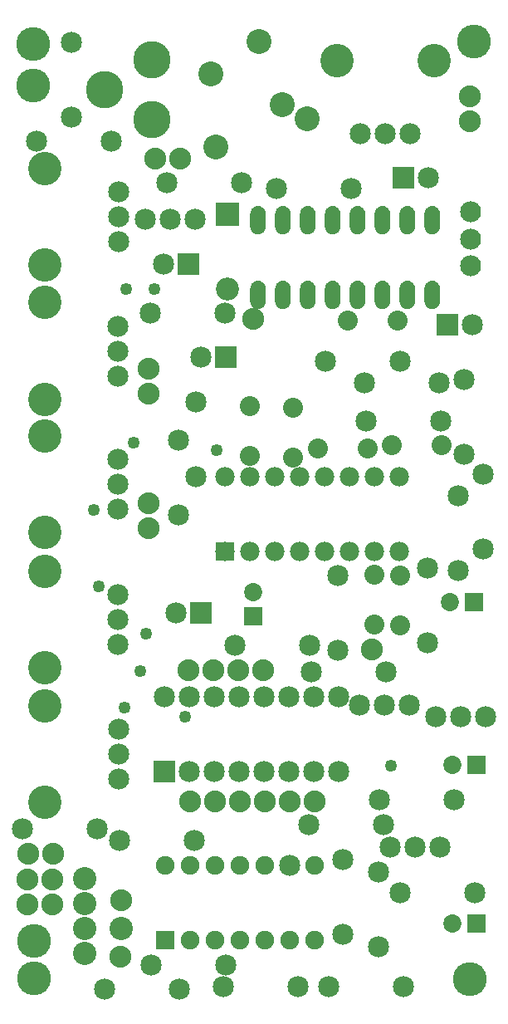
<source format=gts>
G04 MADE WITH FRITZING*
G04 WWW.FRITZING.ORG*
G04 DOUBLE SIDED*
G04 HOLES PLATED*
G04 CONTOUR ON CENTER OF CONTOUR VECTOR*
%ASAXBY*%
%FSLAX23Y23*%
%MOIN*%
%OFA0B0*%
%SFA1.0B1.0*%
%ADD10C,0.049370*%
%ADD11C,0.077559*%
%ADD12C,0.092000*%
%ADD13C,0.085000*%
%ADD14C,0.075000*%
%ADD15C,0.072992*%
%ADD16C,0.084000*%
%ADD17C,0.150000*%
%ADD18C,0.100020*%
%ADD19C,0.135984*%
%ADD20C,0.062000*%
%ADD21C,0.088000*%
%ADD22C,0.093307*%
%ADD23C,0.084667*%
%ADD24C,0.084695*%
%ADD25C,0.134033*%
%ADD26C,0.080000*%
%ADD27R,0.077559X0.077559*%
%ADD28R,0.092000X0.092000*%
%ADD29R,0.075000X0.075000*%
%ADD30R,0.085000X0.085000*%
%ADD31R,0.072992X0.072992*%
%ADD32R,0.001000X0.001000*%
%LNMASK1*%
G90*
G70*
G54D10*
X591Y2856D03*
X477Y2856D03*
X349Y1972D03*
X366Y1663D03*
X715Y1141D03*
X471Y1176D03*
X1542Y945D03*
X842Y2212D03*
X509Y2241D03*
X535Y1323D03*
X557Y1475D03*
G54D11*
X874Y1804D03*
X874Y2104D03*
X974Y1804D03*
X974Y2104D03*
X1074Y1804D03*
X1074Y2104D03*
X1174Y1804D03*
X1174Y2104D03*
X1274Y1804D03*
X1274Y2104D03*
X1374Y1804D03*
X1374Y2104D03*
X1474Y1804D03*
X1474Y2104D03*
X1574Y1804D03*
X1574Y2104D03*
G54D12*
X884Y3156D03*
X884Y2858D03*
G54D13*
X1329Y1408D03*
X1329Y1708D03*
G54D14*
X635Y243D03*
X735Y243D03*
X835Y243D03*
X935Y243D03*
X1035Y243D03*
X1135Y243D03*
X1235Y243D03*
X1235Y543D03*
G54D13*
X1135Y543D03*
G54D14*
X1035Y543D03*
X935Y543D03*
X835Y543D03*
X735Y543D03*
X635Y543D03*
G54D13*
X1767Y2713D03*
X1867Y2713D03*
X1590Y3303D03*
X1690Y3303D03*
X728Y2956D03*
X628Y2956D03*
X778Y1557D03*
X678Y1557D03*
G54D15*
X1874Y1601D03*
X1776Y1601D03*
X986Y1544D03*
X986Y1642D03*
X1885Y948D03*
X1787Y948D03*
X1885Y310D03*
X1787Y310D03*
G54D16*
X1862Y3166D03*
X1862Y3059D03*
X1862Y2952D03*
X1862Y3166D03*
X1862Y3059D03*
X1862Y2952D03*
G54D13*
X1920Y1140D03*
X1820Y1140D03*
X1720Y1140D03*
X753Y3138D03*
X653Y3138D03*
X553Y3138D03*
X1613Y1186D03*
X1513Y1186D03*
X1413Y1186D03*
X1737Y617D03*
X1637Y617D03*
X1537Y617D03*
G54D17*
X581Y3539D03*
X581Y3779D03*
X391Y3659D03*
G54D18*
X1204Y3541D03*
X1105Y3596D03*
X839Y3427D03*
X819Y3722D03*
X1011Y3850D03*
G54D13*
X1082Y3262D03*
X1382Y3262D03*
G54D19*
X1858Y86D03*
X1875Y3851D03*
X104Y3673D03*
X104Y3842D03*
X107Y241D03*
X107Y91D03*
G54D13*
X913Y1426D03*
X1213Y1426D03*
X642Y3283D03*
X942Y3283D03*
X1512Y709D03*
X1212Y709D03*
X1440Y2326D03*
X1740Y2326D03*
X1434Y2481D03*
X1734Y2481D03*
X1278Y2568D03*
X1578Y2568D03*
X758Y2105D03*
X758Y2405D03*
X689Y1952D03*
X689Y2252D03*
X873Y2762D03*
X573Y2762D03*
G54D20*
X1007Y2833D03*
X1107Y2833D03*
X1207Y2833D03*
X1307Y2833D03*
X1407Y2833D03*
X1507Y2833D03*
X1607Y2833D03*
X1707Y2833D03*
X1707Y3133D03*
X1607Y3133D03*
X1507Y3133D03*
X1407Y3133D03*
X1307Y3133D03*
X1207Y3133D03*
X1107Y3133D03*
X1007Y3133D03*
X1007Y2833D03*
X1107Y2833D03*
X1207Y2833D03*
X1307Y2833D03*
X1407Y2833D03*
X1507Y2833D03*
X1607Y2833D03*
X1707Y2833D03*
X1707Y3133D03*
X1607Y3133D03*
X1507Y3133D03*
X1407Y3133D03*
X1307Y3133D03*
X1207Y3133D03*
X1107Y3133D03*
X1007Y3133D03*
G54D21*
X727Y1328D03*
X827Y1328D03*
X927Y1328D03*
X1027Y1328D03*
G54D22*
X311Y491D03*
X311Y391D03*
X311Y291D03*
X311Y191D03*
G54D21*
X735Y800D03*
X835Y800D03*
X935Y800D03*
X1035Y800D03*
X1135Y800D03*
X1235Y800D03*
X695Y3380D03*
X595Y3380D03*
X1859Y3531D03*
X1859Y3631D03*
X568Y1898D03*
X568Y1998D03*
X82Y387D03*
X182Y387D03*
X82Y486D03*
X182Y486D03*
X986Y2736D03*
X1464Y1412D03*
X83Y590D03*
X183Y590D03*
X455Y179D03*
X458Y403D03*
G54D22*
X457Y291D03*
G54D21*
X568Y2436D03*
X568Y2536D03*
G54D13*
X631Y920D03*
X631Y1220D03*
X731Y920D03*
X731Y1220D03*
X831Y920D03*
X831Y1220D03*
X931Y920D03*
X931Y1220D03*
X1031Y920D03*
X1031Y1220D03*
X1131Y920D03*
X1131Y1220D03*
X1231Y920D03*
X1231Y1220D03*
X1331Y920D03*
X1331Y1220D03*
G54D23*
X446Y890D03*
X446Y990D03*
G54D24*
X446Y1090D03*
G54D25*
X150Y796D03*
X150Y1185D03*
G54D23*
X445Y1431D03*
X445Y1531D03*
G54D24*
X445Y1631D03*
G54D25*
X150Y1337D03*
X150Y1725D03*
G54D23*
X445Y2509D03*
X445Y2609D03*
G54D24*
X445Y2709D03*
G54D25*
X150Y2415D03*
X150Y2803D03*
G54D23*
X446Y3047D03*
X446Y3147D03*
G54D24*
X446Y3247D03*
G54D25*
X150Y2953D03*
X150Y3341D03*
G54D23*
X445Y1975D03*
X445Y2075D03*
G54D24*
X445Y2175D03*
G54D25*
X150Y1881D03*
X150Y2269D03*
G54D13*
X417Y3452D03*
X117Y3452D03*
X256Y3846D03*
X256Y3546D03*
X876Y2585D03*
X776Y2585D03*
X1833Y2494D03*
X1833Y2194D03*
X1911Y1813D03*
X1911Y2113D03*
X1811Y1728D03*
X1811Y2028D03*
X1687Y1438D03*
X1687Y1738D03*
X1795Y806D03*
X1495Y806D03*
X1522Y1321D03*
X1222Y1321D03*
X1348Y266D03*
X1348Y566D03*
X1879Y434D03*
X1579Y434D03*
X1492Y219D03*
X1492Y519D03*
X690Y48D03*
X390Y48D03*
X577Y145D03*
X877Y145D03*
X868Y59D03*
X1168Y59D03*
X1291Y59D03*
X1591Y59D03*
X62Y690D03*
X362Y690D03*
X750Y645D03*
X450Y645D03*
G54D26*
X973Y2388D03*
X973Y2188D03*
X1146Y2381D03*
X1146Y2181D03*
X1246Y2219D03*
X1446Y2219D03*
X1545Y2231D03*
X1745Y2231D03*
X1473Y1710D03*
X1473Y1510D03*
X1576Y1709D03*
X1576Y1509D03*
X1366Y2732D03*
X1566Y2732D03*
G54D23*
X1419Y3480D03*
X1519Y3480D03*
G54D24*
X1619Y3480D03*
G54D25*
X1324Y3775D03*
X1713Y3775D03*
G54D27*
X874Y1804D03*
G54D28*
X884Y3157D03*
G54D29*
X635Y243D03*
G54D30*
X1767Y2713D03*
X1590Y3303D03*
X728Y2956D03*
X778Y1557D03*
G54D31*
X1874Y1601D03*
X986Y1544D03*
X1885Y948D03*
X1885Y310D03*
G54D30*
X631Y920D03*
X876Y2585D03*
G54D32*
X1002Y3190D02*
X1012Y3190D01*
X1102Y3190D02*
X1112Y3190D01*
X1202Y3190D02*
X1212Y3190D01*
X1302Y3190D02*
X1312Y3190D01*
X1402Y3190D02*
X1412Y3190D01*
X1502Y3190D02*
X1512Y3190D01*
X1602Y3190D02*
X1612Y3190D01*
X1702Y3190D02*
X1712Y3190D01*
X998Y3189D02*
X1016Y3189D01*
X1098Y3189D02*
X1116Y3189D01*
X1198Y3189D02*
X1216Y3189D01*
X1298Y3189D02*
X1316Y3189D01*
X1398Y3189D02*
X1416Y3189D01*
X1498Y3189D02*
X1516Y3189D01*
X1598Y3189D02*
X1616Y3189D01*
X1698Y3189D02*
X1716Y3189D01*
X995Y3188D02*
X1018Y3188D01*
X1095Y3188D02*
X1118Y3188D01*
X1195Y3188D02*
X1218Y3188D01*
X1295Y3188D02*
X1318Y3188D01*
X1395Y3188D02*
X1418Y3188D01*
X1495Y3188D02*
X1518Y3188D01*
X1595Y3188D02*
X1618Y3188D01*
X1695Y3188D02*
X1718Y3188D01*
X993Y3187D02*
X1021Y3187D01*
X1093Y3187D02*
X1121Y3187D01*
X1193Y3187D02*
X1221Y3187D01*
X1293Y3187D02*
X1321Y3187D01*
X1393Y3187D02*
X1420Y3187D01*
X1493Y3187D02*
X1520Y3187D01*
X1593Y3187D02*
X1620Y3187D01*
X1693Y3187D02*
X1720Y3187D01*
X991Y3186D02*
X1022Y3186D01*
X1091Y3186D02*
X1122Y3186D01*
X1191Y3186D02*
X1222Y3186D01*
X1291Y3186D02*
X1322Y3186D01*
X1391Y3186D02*
X1422Y3186D01*
X1491Y3186D02*
X1522Y3186D01*
X1591Y3186D02*
X1622Y3186D01*
X1691Y3186D02*
X1722Y3186D01*
X990Y3185D02*
X1024Y3185D01*
X1090Y3185D02*
X1124Y3185D01*
X1190Y3185D02*
X1224Y3185D01*
X1290Y3185D02*
X1324Y3185D01*
X1390Y3185D02*
X1424Y3185D01*
X1490Y3185D02*
X1524Y3185D01*
X1590Y3185D02*
X1624Y3185D01*
X1690Y3185D02*
X1724Y3185D01*
X988Y3184D02*
X1025Y3184D01*
X1088Y3184D02*
X1125Y3184D01*
X1188Y3184D02*
X1225Y3184D01*
X1288Y3184D02*
X1325Y3184D01*
X1388Y3184D02*
X1425Y3184D01*
X1488Y3184D02*
X1525Y3184D01*
X1588Y3184D02*
X1625Y3184D01*
X1688Y3184D02*
X1725Y3184D01*
X987Y3183D02*
X1027Y3183D01*
X1087Y3183D02*
X1127Y3183D01*
X1187Y3183D02*
X1227Y3183D01*
X1287Y3183D02*
X1327Y3183D01*
X1387Y3183D02*
X1427Y3183D01*
X1487Y3183D02*
X1526Y3183D01*
X1587Y3183D02*
X1626Y3183D01*
X1687Y3183D02*
X1726Y3183D01*
X986Y3182D02*
X1028Y3182D01*
X1086Y3182D02*
X1128Y3182D01*
X1186Y3182D02*
X1228Y3182D01*
X1286Y3182D02*
X1328Y3182D01*
X1386Y3182D02*
X1428Y3182D01*
X1486Y3182D02*
X1528Y3182D01*
X1586Y3182D02*
X1628Y3182D01*
X1686Y3182D02*
X1728Y3182D01*
X985Y3181D02*
X1029Y3181D01*
X1085Y3181D02*
X1129Y3181D01*
X1185Y3181D02*
X1229Y3181D01*
X1285Y3181D02*
X1329Y3181D01*
X1385Y3181D02*
X1429Y3181D01*
X1485Y3181D02*
X1529Y3181D01*
X1585Y3181D02*
X1629Y3181D01*
X1685Y3181D02*
X1729Y3181D01*
X984Y3180D02*
X1030Y3180D01*
X1084Y3180D02*
X1130Y3180D01*
X1184Y3180D02*
X1230Y3180D01*
X1284Y3180D02*
X1330Y3180D01*
X1384Y3180D02*
X1430Y3180D01*
X1484Y3180D02*
X1529Y3180D01*
X1584Y3180D02*
X1629Y3180D01*
X1684Y3180D02*
X1729Y3180D01*
X983Y3179D02*
X1030Y3179D01*
X1083Y3179D02*
X1130Y3179D01*
X1183Y3179D02*
X1230Y3179D01*
X1283Y3179D02*
X1330Y3179D01*
X1383Y3179D02*
X1430Y3179D01*
X1483Y3179D02*
X1530Y3179D01*
X1583Y3179D02*
X1630Y3179D01*
X1683Y3179D02*
X1730Y3179D01*
X983Y3178D02*
X1031Y3178D01*
X1082Y3178D02*
X1131Y3178D01*
X1182Y3178D02*
X1231Y3178D01*
X1282Y3178D02*
X1331Y3178D01*
X1382Y3178D02*
X1431Y3178D01*
X1482Y3178D02*
X1531Y3178D01*
X1582Y3178D02*
X1631Y3178D01*
X1682Y3178D02*
X1731Y3178D01*
X982Y3177D02*
X1032Y3177D01*
X1082Y3177D02*
X1132Y3177D01*
X1182Y3177D02*
X1232Y3177D01*
X1282Y3177D02*
X1332Y3177D01*
X1382Y3177D02*
X1432Y3177D01*
X1482Y3177D02*
X1532Y3177D01*
X1582Y3177D02*
X1632Y3177D01*
X1682Y3177D02*
X1732Y3177D01*
X981Y3176D02*
X1033Y3176D01*
X1081Y3176D02*
X1133Y3176D01*
X1181Y3176D02*
X1232Y3176D01*
X1281Y3176D02*
X1332Y3176D01*
X1381Y3176D02*
X1432Y3176D01*
X1481Y3176D02*
X1532Y3176D01*
X1581Y3176D02*
X1632Y3176D01*
X1681Y3176D02*
X1732Y3176D01*
X981Y3175D02*
X1033Y3175D01*
X1081Y3175D02*
X1133Y3175D01*
X1181Y3175D02*
X1233Y3175D01*
X1281Y3175D02*
X1333Y3175D01*
X1380Y3175D02*
X1433Y3175D01*
X1480Y3175D02*
X1533Y3175D01*
X1580Y3175D02*
X1633Y3175D01*
X1680Y3175D02*
X1733Y3175D01*
X980Y3174D02*
X1034Y3174D01*
X1080Y3174D02*
X1134Y3174D01*
X1180Y3174D02*
X1234Y3174D01*
X1280Y3174D02*
X1334Y3174D01*
X1380Y3174D02*
X1434Y3174D01*
X1480Y3174D02*
X1534Y3174D01*
X1580Y3174D02*
X1634Y3174D01*
X1680Y3174D02*
X1734Y3174D01*
X980Y3173D02*
X1034Y3173D01*
X1080Y3173D02*
X1134Y3173D01*
X1179Y3173D02*
X1234Y3173D01*
X1279Y3173D02*
X1334Y3173D01*
X1379Y3173D02*
X1434Y3173D01*
X1479Y3173D02*
X1534Y3173D01*
X1579Y3173D02*
X1634Y3173D01*
X1679Y3173D02*
X1734Y3173D01*
X979Y3172D02*
X1035Y3172D01*
X1079Y3172D02*
X1135Y3172D01*
X1179Y3172D02*
X1235Y3172D01*
X1279Y3172D02*
X1335Y3172D01*
X1379Y3172D02*
X1435Y3172D01*
X1479Y3172D02*
X1535Y3172D01*
X1579Y3172D02*
X1634Y3172D01*
X1679Y3172D02*
X1734Y3172D01*
X979Y3171D02*
X1035Y3171D01*
X1079Y3171D02*
X1135Y3171D01*
X1179Y3171D02*
X1235Y3171D01*
X1279Y3171D02*
X1335Y3171D01*
X1379Y3171D02*
X1435Y3171D01*
X1479Y3171D02*
X1535Y3171D01*
X1579Y3171D02*
X1635Y3171D01*
X1678Y3171D02*
X1735Y3171D01*
X978Y3170D02*
X1035Y3170D01*
X1078Y3170D02*
X1135Y3170D01*
X1178Y3170D02*
X1235Y3170D01*
X1278Y3170D02*
X1335Y3170D01*
X1378Y3170D02*
X1435Y3170D01*
X1478Y3170D02*
X1535Y3170D01*
X1578Y3170D02*
X1635Y3170D01*
X1678Y3170D02*
X1735Y3170D01*
X978Y3169D02*
X1036Y3169D01*
X1078Y3169D02*
X1136Y3169D01*
X1178Y3169D02*
X1236Y3169D01*
X1278Y3169D02*
X1336Y3169D01*
X1378Y3169D02*
X1436Y3169D01*
X1478Y3169D02*
X1536Y3169D01*
X1578Y3169D02*
X1636Y3169D01*
X1678Y3169D02*
X1736Y3169D01*
X978Y3168D02*
X1036Y3168D01*
X1078Y3168D02*
X1136Y3168D01*
X1178Y3168D02*
X1236Y3168D01*
X1278Y3168D02*
X1336Y3168D01*
X1378Y3168D02*
X1436Y3168D01*
X1478Y3168D02*
X1536Y3168D01*
X1577Y3168D02*
X1636Y3168D01*
X1677Y3168D02*
X1736Y3168D01*
X977Y3167D02*
X1036Y3167D01*
X1077Y3167D02*
X1136Y3167D01*
X1177Y3167D02*
X1236Y3167D01*
X1277Y3167D02*
X1336Y3167D01*
X1377Y3167D02*
X1436Y3167D01*
X1477Y3167D02*
X1536Y3167D01*
X1577Y3167D02*
X1636Y3167D01*
X1677Y3167D02*
X1736Y3167D01*
X977Y3166D02*
X1037Y3166D01*
X1077Y3166D02*
X1137Y3166D01*
X1177Y3166D02*
X1237Y3166D01*
X1277Y3166D02*
X1337Y3166D01*
X1377Y3166D02*
X1437Y3166D01*
X1477Y3166D02*
X1536Y3166D01*
X1577Y3166D02*
X1636Y3166D01*
X1677Y3166D02*
X1736Y3166D01*
X977Y3165D02*
X1037Y3165D01*
X1077Y3165D02*
X1137Y3165D01*
X1177Y3165D02*
X1237Y3165D01*
X1277Y3165D02*
X1337Y3165D01*
X1377Y3165D02*
X1437Y3165D01*
X1477Y3165D02*
X1537Y3165D01*
X1577Y3165D02*
X1637Y3165D01*
X1677Y3165D02*
X1737Y3165D01*
X977Y3164D02*
X1037Y3164D01*
X1077Y3164D02*
X1137Y3164D01*
X1177Y3164D02*
X1237Y3164D01*
X1277Y3164D02*
X1337Y3164D01*
X1377Y3164D02*
X1437Y3164D01*
X1477Y3164D02*
X1537Y3164D01*
X1577Y3164D02*
X1637Y3164D01*
X1677Y3164D02*
X1737Y3164D01*
X977Y3163D02*
X1037Y3163D01*
X1077Y3163D02*
X1137Y3163D01*
X1177Y3163D02*
X1237Y3163D01*
X1277Y3163D02*
X1337Y3163D01*
X1376Y3163D02*
X1437Y3163D01*
X1476Y3163D02*
X1537Y3163D01*
X1576Y3163D02*
X1637Y3163D01*
X1676Y3163D02*
X1737Y3163D01*
X976Y3162D02*
X1037Y3162D01*
X1076Y3162D02*
X1137Y3162D01*
X1176Y3162D02*
X1237Y3162D01*
X1276Y3162D02*
X1337Y3162D01*
X1376Y3162D02*
X1437Y3162D01*
X1476Y3162D02*
X1537Y3162D01*
X1576Y3162D02*
X1637Y3162D01*
X1676Y3162D02*
X1737Y3162D01*
X976Y3161D02*
X1037Y3161D01*
X1076Y3161D02*
X1137Y3161D01*
X1176Y3161D02*
X1237Y3161D01*
X1276Y3161D02*
X1337Y3161D01*
X1376Y3161D02*
X1437Y3161D01*
X1476Y3161D02*
X1537Y3161D01*
X1576Y3161D02*
X1637Y3161D01*
X1676Y3161D02*
X1737Y3161D01*
X976Y3160D02*
X1037Y3160D01*
X1076Y3160D02*
X1137Y3160D01*
X1176Y3160D02*
X1237Y3160D01*
X1276Y3160D02*
X1337Y3160D01*
X1376Y3160D02*
X1437Y3160D01*
X1476Y3160D02*
X1537Y3160D01*
X1576Y3160D02*
X1637Y3160D01*
X1676Y3160D02*
X1737Y3160D01*
X976Y3159D02*
X1037Y3159D01*
X1076Y3159D02*
X1137Y3159D01*
X1176Y3159D02*
X1237Y3159D01*
X1276Y3159D02*
X1337Y3159D01*
X1376Y3159D02*
X1437Y3159D01*
X1476Y3159D02*
X1537Y3159D01*
X1576Y3159D02*
X1637Y3159D01*
X1676Y3159D02*
X1737Y3159D01*
X976Y3158D02*
X1037Y3158D01*
X1076Y3158D02*
X1137Y3158D01*
X1176Y3158D02*
X1237Y3158D01*
X1276Y3158D02*
X1337Y3158D01*
X1376Y3158D02*
X1437Y3158D01*
X1476Y3158D02*
X1537Y3158D01*
X1576Y3158D02*
X1637Y3158D01*
X1676Y3158D02*
X1737Y3158D01*
X976Y3157D02*
X1037Y3157D01*
X1076Y3157D02*
X1137Y3157D01*
X1176Y3157D02*
X1237Y3157D01*
X1276Y3157D02*
X1337Y3157D01*
X1376Y3157D02*
X1437Y3157D01*
X1476Y3157D02*
X1537Y3157D01*
X1576Y3157D02*
X1637Y3157D01*
X1676Y3157D02*
X1737Y3157D01*
X976Y3156D02*
X1037Y3156D01*
X1076Y3156D02*
X1137Y3156D01*
X1176Y3156D02*
X1237Y3156D01*
X1276Y3156D02*
X1337Y3156D01*
X1376Y3156D02*
X1437Y3156D01*
X1476Y3156D02*
X1537Y3156D01*
X1576Y3156D02*
X1637Y3156D01*
X1676Y3156D02*
X1737Y3156D01*
X976Y3155D02*
X1037Y3155D01*
X1076Y3155D02*
X1137Y3155D01*
X1176Y3155D02*
X1237Y3155D01*
X1276Y3155D02*
X1337Y3155D01*
X1376Y3155D02*
X1437Y3155D01*
X1476Y3155D02*
X1537Y3155D01*
X1576Y3155D02*
X1637Y3155D01*
X1676Y3155D02*
X1737Y3155D01*
X976Y3154D02*
X1037Y3154D01*
X1076Y3154D02*
X1137Y3154D01*
X1176Y3154D02*
X1237Y3154D01*
X1276Y3154D02*
X1337Y3154D01*
X1376Y3154D02*
X1437Y3154D01*
X1476Y3154D02*
X1537Y3154D01*
X1576Y3154D02*
X1637Y3154D01*
X1676Y3154D02*
X1737Y3154D01*
X976Y3153D02*
X1037Y3153D01*
X1076Y3153D02*
X1137Y3153D01*
X1176Y3153D02*
X1237Y3153D01*
X1276Y3153D02*
X1337Y3153D01*
X1376Y3153D02*
X1437Y3153D01*
X1476Y3153D02*
X1537Y3153D01*
X1576Y3153D02*
X1637Y3153D01*
X1676Y3153D02*
X1737Y3153D01*
X976Y3152D02*
X1037Y3152D01*
X1076Y3152D02*
X1137Y3152D01*
X1176Y3152D02*
X1237Y3152D01*
X1276Y3152D02*
X1337Y3152D01*
X1376Y3152D02*
X1437Y3152D01*
X1476Y3152D02*
X1537Y3152D01*
X1576Y3152D02*
X1637Y3152D01*
X1676Y3152D02*
X1737Y3152D01*
X976Y3151D02*
X1037Y3151D01*
X1076Y3151D02*
X1137Y3151D01*
X1176Y3151D02*
X1237Y3151D01*
X1276Y3151D02*
X1337Y3151D01*
X1376Y3151D02*
X1437Y3151D01*
X1476Y3151D02*
X1537Y3151D01*
X1576Y3151D02*
X1637Y3151D01*
X1676Y3151D02*
X1737Y3151D01*
X976Y3150D02*
X1037Y3150D01*
X1076Y3150D02*
X1137Y3150D01*
X1176Y3150D02*
X1237Y3150D01*
X1276Y3150D02*
X1337Y3150D01*
X1376Y3150D02*
X1437Y3150D01*
X1476Y3150D02*
X1537Y3150D01*
X1576Y3150D02*
X1637Y3150D01*
X1676Y3150D02*
X1737Y3150D01*
X976Y3149D02*
X1037Y3149D01*
X1076Y3149D02*
X1137Y3149D01*
X1176Y3149D02*
X1237Y3149D01*
X1276Y3149D02*
X1337Y3149D01*
X1376Y3149D02*
X1437Y3149D01*
X1476Y3149D02*
X1537Y3149D01*
X1576Y3149D02*
X1637Y3149D01*
X1676Y3149D02*
X1737Y3149D01*
X976Y3148D02*
X1037Y3148D01*
X1076Y3148D02*
X1137Y3148D01*
X1176Y3148D02*
X1237Y3148D01*
X1276Y3148D02*
X1337Y3148D01*
X1376Y3148D02*
X1437Y3148D01*
X1476Y3148D02*
X1537Y3148D01*
X1576Y3148D02*
X1637Y3148D01*
X1676Y3148D02*
X1737Y3148D01*
X976Y3147D02*
X1037Y3147D01*
X1076Y3147D02*
X1137Y3147D01*
X1176Y3147D02*
X1237Y3147D01*
X1276Y3147D02*
X1337Y3147D01*
X1376Y3147D02*
X1437Y3147D01*
X1476Y3147D02*
X1537Y3147D01*
X1576Y3147D02*
X1637Y3147D01*
X1676Y3147D02*
X1737Y3147D01*
X976Y3146D02*
X1037Y3146D01*
X1076Y3146D02*
X1137Y3146D01*
X1176Y3146D02*
X1237Y3146D01*
X1276Y3146D02*
X1337Y3146D01*
X1376Y3146D02*
X1437Y3146D01*
X1476Y3146D02*
X1537Y3146D01*
X1576Y3146D02*
X1637Y3146D01*
X1676Y3146D02*
X1737Y3146D01*
X976Y3145D02*
X1037Y3145D01*
X1076Y3145D02*
X1137Y3145D01*
X1176Y3145D02*
X1237Y3145D01*
X1276Y3145D02*
X1337Y3145D01*
X1376Y3145D02*
X1437Y3145D01*
X1476Y3145D02*
X1537Y3145D01*
X1576Y3145D02*
X1637Y3145D01*
X1676Y3145D02*
X1737Y3145D01*
X976Y3144D02*
X1003Y3144D01*
X1011Y3144D02*
X1037Y3144D01*
X1076Y3144D02*
X1103Y3144D01*
X1111Y3144D02*
X1137Y3144D01*
X1176Y3144D02*
X1203Y3144D01*
X1211Y3144D02*
X1237Y3144D01*
X1276Y3144D02*
X1303Y3144D01*
X1311Y3144D02*
X1337Y3144D01*
X1376Y3144D02*
X1403Y3144D01*
X1411Y3144D02*
X1437Y3144D01*
X1476Y3144D02*
X1503Y3144D01*
X1511Y3144D02*
X1537Y3144D01*
X1576Y3144D02*
X1603Y3144D01*
X1611Y3144D02*
X1637Y3144D01*
X1676Y3144D02*
X1703Y3144D01*
X1711Y3144D02*
X1737Y3144D01*
X976Y3143D02*
X1001Y3143D01*
X1013Y3143D02*
X1037Y3143D01*
X1076Y3143D02*
X1101Y3143D01*
X1113Y3143D02*
X1137Y3143D01*
X1176Y3143D02*
X1201Y3143D01*
X1213Y3143D02*
X1237Y3143D01*
X1276Y3143D02*
X1301Y3143D01*
X1313Y3143D02*
X1337Y3143D01*
X1376Y3143D02*
X1401Y3143D01*
X1413Y3143D02*
X1437Y3143D01*
X1476Y3143D02*
X1500Y3143D01*
X1513Y3143D02*
X1537Y3143D01*
X1576Y3143D02*
X1600Y3143D01*
X1613Y3143D02*
X1637Y3143D01*
X1676Y3143D02*
X1700Y3143D01*
X1713Y3143D02*
X1737Y3143D01*
X976Y3142D02*
X999Y3142D01*
X1014Y3142D02*
X1037Y3142D01*
X1076Y3142D02*
X1099Y3142D01*
X1114Y3142D02*
X1137Y3142D01*
X1176Y3142D02*
X1199Y3142D01*
X1214Y3142D02*
X1237Y3142D01*
X1276Y3142D02*
X1299Y3142D01*
X1314Y3142D02*
X1337Y3142D01*
X1376Y3142D02*
X1399Y3142D01*
X1414Y3142D02*
X1437Y3142D01*
X1476Y3142D02*
X1499Y3142D01*
X1514Y3142D02*
X1537Y3142D01*
X1576Y3142D02*
X1599Y3142D01*
X1614Y3142D02*
X1637Y3142D01*
X1676Y3142D02*
X1699Y3142D01*
X1714Y3142D02*
X1737Y3142D01*
X976Y3141D02*
X998Y3141D01*
X1015Y3141D02*
X1037Y3141D01*
X1076Y3141D02*
X1098Y3141D01*
X1115Y3141D02*
X1137Y3141D01*
X1176Y3141D02*
X1198Y3141D01*
X1215Y3141D02*
X1237Y3141D01*
X1276Y3141D02*
X1298Y3141D01*
X1315Y3141D02*
X1337Y3141D01*
X1376Y3141D02*
X1398Y3141D01*
X1415Y3141D02*
X1437Y3141D01*
X1476Y3141D02*
X1498Y3141D01*
X1515Y3141D02*
X1537Y3141D01*
X1576Y3141D02*
X1598Y3141D01*
X1615Y3141D02*
X1637Y3141D01*
X1676Y3141D02*
X1698Y3141D01*
X1715Y3141D02*
X1737Y3141D01*
X976Y3140D02*
X997Y3140D01*
X1016Y3140D02*
X1037Y3140D01*
X1076Y3140D02*
X1097Y3140D01*
X1116Y3140D02*
X1137Y3140D01*
X1176Y3140D02*
X1197Y3140D01*
X1216Y3140D02*
X1237Y3140D01*
X1276Y3140D02*
X1297Y3140D01*
X1316Y3140D02*
X1337Y3140D01*
X1376Y3140D02*
X1397Y3140D01*
X1416Y3140D02*
X1437Y3140D01*
X1476Y3140D02*
X1497Y3140D01*
X1516Y3140D02*
X1537Y3140D01*
X1576Y3140D02*
X1597Y3140D01*
X1616Y3140D02*
X1637Y3140D01*
X1676Y3140D02*
X1697Y3140D01*
X1716Y3140D02*
X1737Y3140D01*
X976Y3139D02*
X997Y3139D01*
X1017Y3139D02*
X1037Y3139D01*
X1076Y3139D02*
X1097Y3139D01*
X1117Y3139D02*
X1137Y3139D01*
X1176Y3139D02*
X1197Y3139D01*
X1217Y3139D02*
X1237Y3139D01*
X1276Y3139D02*
X1297Y3139D01*
X1317Y3139D02*
X1337Y3139D01*
X1376Y3139D02*
X1397Y3139D01*
X1417Y3139D02*
X1437Y3139D01*
X1476Y3139D02*
X1497Y3139D01*
X1517Y3139D02*
X1537Y3139D01*
X1576Y3139D02*
X1597Y3139D01*
X1617Y3139D02*
X1637Y3139D01*
X1676Y3139D02*
X1697Y3139D01*
X1717Y3139D02*
X1737Y3139D01*
X976Y3138D02*
X996Y3138D01*
X1018Y3138D02*
X1037Y3138D01*
X1076Y3138D02*
X1096Y3138D01*
X1117Y3138D02*
X1137Y3138D01*
X1176Y3138D02*
X1196Y3138D01*
X1217Y3138D02*
X1237Y3138D01*
X1276Y3138D02*
X1296Y3138D01*
X1317Y3138D02*
X1337Y3138D01*
X1376Y3138D02*
X1396Y3138D01*
X1417Y3138D02*
X1437Y3138D01*
X1476Y3138D02*
X1496Y3138D01*
X1517Y3138D02*
X1537Y3138D01*
X1576Y3138D02*
X1596Y3138D01*
X1617Y3138D02*
X1637Y3138D01*
X1676Y3138D02*
X1696Y3138D01*
X1717Y3138D02*
X1737Y3138D01*
X976Y3137D02*
X996Y3137D01*
X1018Y3137D02*
X1037Y3137D01*
X1076Y3137D02*
X1096Y3137D01*
X1118Y3137D02*
X1137Y3137D01*
X1176Y3137D02*
X1196Y3137D01*
X1218Y3137D02*
X1237Y3137D01*
X1276Y3137D02*
X1296Y3137D01*
X1318Y3137D02*
X1337Y3137D01*
X1376Y3137D02*
X1396Y3137D01*
X1418Y3137D02*
X1437Y3137D01*
X1476Y3137D02*
X1496Y3137D01*
X1518Y3137D02*
X1537Y3137D01*
X1576Y3137D02*
X1596Y3137D01*
X1618Y3137D02*
X1637Y3137D01*
X1676Y3137D02*
X1696Y3137D01*
X1718Y3137D02*
X1737Y3137D01*
X976Y3136D02*
X996Y3136D01*
X1018Y3136D02*
X1037Y3136D01*
X1076Y3136D02*
X1096Y3136D01*
X1118Y3136D02*
X1137Y3136D01*
X1176Y3136D02*
X1196Y3136D01*
X1218Y3136D02*
X1237Y3136D01*
X1276Y3136D02*
X1296Y3136D01*
X1318Y3136D02*
X1337Y3136D01*
X1376Y3136D02*
X1396Y3136D01*
X1418Y3136D02*
X1437Y3136D01*
X1476Y3136D02*
X1495Y3136D01*
X1518Y3136D02*
X1537Y3136D01*
X1576Y3136D02*
X1595Y3136D01*
X1618Y3136D02*
X1637Y3136D01*
X1676Y3136D02*
X1695Y3136D01*
X1718Y3136D02*
X1737Y3136D01*
X976Y3135D02*
X995Y3135D01*
X1018Y3135D02*
X1037Y3135D01*
X1076Y3135D02*
X1095Y3135D01*
X1118Y3135D02*
X1137Y3135D01*
X1176Y3135D02*
X1195Y3135D01*
X1218Y3135D02*
X1237Y3135D01*
X1276Y3135D02*
X1295Y3135D01*
X1318Y3135D02*
X1337Y3135D01*
X1376Y3135D02*
X1395Y3135D01*
X1418Y3135D02*
X1437Y3135D01*
X1476Y3135D02*
X1495Y3135D01*
X1518Y3135D02*
X1537Y3135D01*
X1576Y3135D02*
X1595Y3135D01*
X1618Y3135D02*
X1637Y3135D01*
X1676Y3135D02*
X1695Y3135D01*
X1718Y3135D02*
X1737Y3135D01*
X976Y3134D02*
X995Y3134D01*
X1018Y3134D02*
X1037Y3134D01*
X1076Y3134D02*
X1095Y3134D01*
X1118Y3134D02*
X1137Y3134D01*
X1176Y3134D02*
X1195Y3134D01*
X1218Y3134D02*
X1237Y3134D01*
X1276Y3134D02*
X1295Y3134D01*
X1318Y3134D02*
X1337Y3134D01*
X1376Y3134D02*
X1395Y3134D01*
X1418Y3134D02*
X1437Y3134D01*
X1476Y3134D02*
X1495Y3134D01*
X1518Y3134D02*
X1537Y3134D01*
X1576Y3134D02*
X1595Y3134D01*
X1618Y3134D02*
X1637Y3134D01*
X1676Y3134D02*
X1695Y3134D01*
X1718Y3134D02*
X1737Y3134D01*
X976Y3133D02*
X995Y3133D01*
X1018Y3133D02*
X1037Y3133D01*
X1076Y3133D02*
X1095Y3133D01*
X1118Y3133D02*
X1137Y3133D01*
X1176Y3133D02*
X1195Y3133D01*
X1218Y3133D02*
X1237Y3133D01*
X1276Y3133D02*
X1295Y3133D01*
X1318Y3133D02*
X1337Y3133D01*
X1376Y3133D02*
X1395Y3133D01*
X1418Y3133D02*
X1437Y3133D01*
X1476Y3133D02*
X1495Y3133D01*
X1518Y3133D02*
X1537Y3133D01*
X1576Y3133D02*
X1595Y3133D01*
X1618Y3133D02*
X1637Y3133D01*
X1676Y3133D02*
X1695Y3133D01*
X1718Y3133D02*
X1737Y3133D01*
X976Y3132D02*
X995Y3132D01*
X1018Y3132D02*
X1037Y3132D01*
X1076Y3132D02*
X1095Y3132D01*
X1118Y3132D02*
X1137Y3132D01*
X1176Y3132D02*
X1195Y3132D01*
X1218Y3132D02*
X1237Y3132D01*
X1276Y3132D02*
X1295Y3132D01*
X1318Y3132D02*
X1337Y3132D01*
X1376Y3132D02*
X1395Y3132D01*
X1418Y3132D02*
X1437Y3132D01*
X1476Y3132D02*
X1495Y3132D01*
X1518Y3132D02*
X1537Y3132D01*
X1576Y3132D02*
X1595Y3132D01*
X1618Y3132D02*
X1637Y3132D01*
X1676Y3132D02*
X1695Y3132D01*
X1718Y3132D02*
X1737Y3132D01*
X976Y3131D02*
X996Y3131D01*
X1018Y3131D02*
X1037Y3131D01*
X1076Y3131D02*
X1096Y3131D01*
X1118Y3131D02*
X1137Y3131D01*
X1176Y3131D02*
X1196Y3131D01*
X1218Y3131D02*
X1237Y3131D01*
X1276Y3131D02*
X1296Y3131D01*
X1318Y3131D02*
X1337Y3131D01*
X1376Y3131D02*
X1396Y3131D01*
X1418Y3131D02*
X1437Y3131D01*
X1476Y3131D02*
X1496Y3131D01*
X1518Y3131D02*
X1537Y3131D01*
X1576Y3131D02*
X1595Y3131D01*
X1618Y3131D02*
X1637Y3131D01*
X1676Y3131D02*
X1695Y3131D01*
X1718Y3131D02*
X1737Y3131D01*
X976Y3130D02*
X996Y3130D01*
X1018Y3130D02*
X1037Y3130D01*
X1076Y3130D02*
X1096Y3130D01*
X1118Y3130D02*
X1137Y3130D01*
X1176Y3130D02*
X1196Y3130D01*
X1218Y3130D02*
X1237Y3130D01*
X1276Y3130D02*
X1296Y3130D01*
X1318Y3130D02*
X1337Y3130D01*
X1376Y3130D02*
X1396Y3130D01*
X1418Y3130D02*
X1437Y3130D01*
X1476Y3130D02*
X1496Y3130D01*
X1518Y3130D02*
X1537Y3130D01*
X1576Y3130D02*
X1596Y3130D01*
X1618Y3130D02*
X1637Y3130D01*
X1676Y3130D02*
X1696Y3130D01*
X1718Y3130D02*
X1737Y3130D01*
X976Y3129D02*
X996Y3129D01*
X1017Y3129D02*
X1037Y3129D01*
X1076Y3129D02*
X1096Y3129D01*
X1117Y3129D02*
X1137Y3129D01*
X1176Y3129D02*
X1196Y3129D01*
X1217Y3129D02*
X1237Y3129D01*
X1276Y3129D02*
X1296Y3129D01*
X1317Y3129D02*
X1337Y3129D01*
X1376Y3129D02*
X1396Y3129D01*
X1417Y3129D02*
X1437Y3129D01*
X1476Y3129D02*
X1496Y3129D01*
X1517Y3129D02*
X1537Y3129D01*
X1576Y3129D02*
X1596Y3129D01*
X1617Y3129D02*
X1637Y3129D01*
X1676Y3129D02*
X1696Y3129D01*
X1717Y3129D02*
X1737Y3129D01*
X976Y3128D02*
X997Y3128D01*
X1017Y3128D02*
X1037Y3128D01*
X1076Y3128D02*
X1097Y3128D01*
X1117Y3128D02*
X1137Y3128D01*
X1176Y3128D02*
X1197Y3128D01*
X1217Y3128D02*
X1237Y3128D01*
X1276Y3128D02*
X1297Y3128D01*
X1317Y3128D02*
X1337Y3128D01*
X1376Y3128D02*
X1397Y3128D01*
X1417Y3128D02*
X1437Y3128D01*
X1476Y3128D02*
X1497Y3128D01*
X1517Y3128D02*
X1537Y3128D01*
X1576Y3128D02*
X1597Y3128D01*
X1617Y3128D02*
X1637Y3128D01*
X1676Y3128D02*
X1697Y3128D01*
X1717Y3128D02*
X1737Y3128D01*
X976Y3127D02*
X998Y3127D01*
X1016Y3127D02*
X1037Y3127D01*
X1076Y3127D02*
X1098Y3127D01*
X1116Y3127D02*
X1137Y3127D01*
X1176Y3127D02*
X1197Y3127D01*
X1216Y3127D02*
X1237Y3127D01*
X1276Y3127D02*
X1297Y3127D01*
X1316Y3127D02*
X1337Y3127D01*
X1376Y3127D02*
X1397Y3127D01*
X1416Y3127D02*
X1437Y3127D01*
X1476Y3127D02*
X1497Y3127D01*
X1516Y3127D02*
X1537Y3127D01*
X1576Y3127D02*
X1597Y3127D01*
X1616Y3127D02*
X1637Y3127D01*
X1676Y3127D02*
X1697Y3127D01*
X1716Y3127D02*
X1737Y3127D01*
X976Y3126D02*
X998Y3126D01*
X1015Y3126D02*
X1037Y3126D01*
X1076Y3126D02*
X1098Y3126D01*
X1115Y3126D02*
X1137Y3126D01*
X1176Y3126D02*
X1198Y3126D01*
X1215Y3126D02*
X1237Y3126D01*
X1276Y3126D02*
X1298Y3126D01*
X1315Y3126D02*
X1337Y3126D01*
X1376Y3126D02*
X1398Y3126D01*
X1415Y3126D02*
X1437Y3126D01*
X1476Y3126D02*
X1498Y3126D01*
X1515Y3126D02*
X1537Y3126D01*
X1576Y3126D02*
X1598Y3126D01*
X1615Y3126D02*
X1637Y3126D01*
X1676Y3126D02*
X1698Y3126D01*
X1715Y3126D02*
X1737Y3126D01*
X976Y3125D02*
X1000Y3125D01*
X1014Y3125D02*
X1037Y3125D01*
X1076Y3125D02*
X1099Y3125D01*
X1114Y3125D02*
X1137Y3125D01*
X1176Y3125D02*
X1199Y3125D01*
X1214Y3125D02*
X1237Y3125D01*
X1276Y3125D02*
X1299Y3125D01*
X1314Y3125D02*
X1337Y3125D01*
X1376Y3125D02*
X1399Y3125D01*
X1414Y3125D02*
X1437Y3125D01*
X1476Y3125D02*
X1499Y3125D01*
X1514Y3125D02*
X1537Y3125D01*
X1576Y3125D02*
X1599Y3125D01*
X1614Y3125D02*
X1637Y3125D01*
X1676Y3125D02*
X1699Y3125D01*
X1714Y3125D02*
X1737Y3125D01*
X976Y3124D02*
X1001Y3124D01*
X1013Y3124D02*
X1037Y3124D01*
X1076Y3124D02*
X1101Y3124D01*
X1113Y3124D02*
X1137Y3124D01*
X1176Y3124D02*
X1201Y3124D01*
X1213Y3124D02*
X1237Y3124D01*
X1276Y3124D02*
X1301Y3124D01*
X1313Y3124D02*
X1337Y3124D01*
X1376Y3124D02*
X1401Y3124D01*
X1413Y3124D02*
X1437Y3124D01*
X1476Y3124D02*
X1501Y3124D01*
X1513Y3124D02*
X1537Y3124D01*
X1576Y3124D02*
X1601Y3124D01*
X1613Y3124D02*
X1637Y3124D01*
X1676Y3124D02*
X1701Y3124D01*
X1713Y3124D02*
X1737Y3124D01*
X976Y3123D02*
X1003Y3123D01*
X1010Y3123D02*
X1037Y3123D01*
X1076Y3123D02*
X1103Y3123D01*
X1110Y3123D02*
X1137Y3123D01*
X1176Y3123D02*
X1203Y3123D01*
X1210Y3123D02*
X1237Y3123D01*
X1276Y3123D02*
X1303Y3123D01*
X1310Y3123D02*
X1337Y3123D01*
X1376Y3123D02*
X1403Y3123D01*
X1410Y3123D02*
X1437Y3123D01*
X1476Y3123D02*
X1503Y3123D01*
X1510Y3123D02*
X1537Y3123D01*
X1576Y3123D02*
X1603Y3123D01*
X1610Y3123D02*
X1637Y3123D01*
X1676Y3123D02*
X1703Y3123D01*
X1710Y3123D02*
X1737Y3123D01*
X976Y3122D02*
X1037Y3122D01*
X1076Y3122D02*
X1137Y3122D01*
X1176Y3122D02*
X1237Y3122D01*
X1276Y3122D02*
X1337Y3122D01*
X1376Y3122D02*
X1437Y3122D01*
X1476Y3122D02*
X1537Y3122D01*
X1576Y3122D02*
X1637Y3122D01*
X1676Y3122D02*
X1737Y3122D01*
X976Y3121D02*
X1037Y3121D01*
X1076Y3121D02*
X1137Y3121D01*
X1176Y3121D02*
X1237Y3121D01*
X1276Y3121D02*
X1337Y3121D01*
X1376Y3121D02*
X1437Y3121D01*
X1476Y3121D02*
X1537Y3121D01*
X1576Y3121D02*
X1637Y3121D01*
X1676Y3121D02*
X1737Y3121D01*
X976Y3120D02*
X1037Y3120D01*
X1076Y3120D02*
X1137Y3120D01*
X1176Y3120D02*
X1237Y3120D01*
X1276Y3120D02*
X1337Y3120D01*
X1376Y3120D02*
X1437Y3120D01*
X1476Y3120D02*
X1537Y3120D01*
X1576Y3120D02*
X1637Y3120D01*
X1676Y3120D02*
X1737Y3120D01*
X976Y3119D02*
X1037Y3119D01*
X1076Y3119D02*
X1137Y3119D01*
X1176Y3119D02*
X1237Y3119D01*
X1276Y3119D02*
X1337Y3119D01*
X1376Y3119D02*
X1437Y3119D01*
X1476Y3119D02*
X1537Y3119D01*
X1576Y3119D02*
X1637Y3119D01*
X1676Y3119D02*
X1737Y3119D01*
X976Y3118D02*
X1037Y3118D01*
X1076Y3118D02*
X1137Y3118D01*
X1176Y3118D02*
X1237Y3118D01*
X1276Y3118D02*
X1337Y3118D01*
X1376Y3118D02*
X1437Y3118D01*
X1476Y3118D02*
X1537Y3118D01*
X1576Y3118D02*
X1637Y3118D01*
X1676Y3118D02*
X1737Y3118D01*
X976Y3117D02*
X1037Y3117D01*
X1076Y3117D02*
X1137Y3117D01*
X1176Y3117D02*
X1237Y3117D01*
X1276Y3117D02*
X1337Y3117D01*
X1376Y3117D02*
X1437Y3117D01*
X1476Y3117D02*
X1537Y3117D01*
X1576Y3117D02*
X1637Y3117D01*
X1676Y3117D02*
X1737Y3117D01*
X976Y3116D02*
X1037Y3116D01*
X1076Y3116D02*
X1137Y3116D01*
X1176Y3116D02*
X1237Y3116D01*
X1276Y3116D02*
X1337Y3116D01*
X1376Y3116D02*
X1437Y3116D01*
X1476Y3116D02*
X1537Y3116D01*
X1576Y3116D02*
X1637Y3116D01*
X1676Y3116D02*
X1737Y3116D01*
X976Y3115D02*
X1037Y3115D01*
X1076Y3115D02*
X1137Y3115D01*
X1176Y3115D02*
X1237Y3115D01*
X1276Y3115D02*
X1337Y3115D01*
X1376Y3115D02*
X1437Y3115D01*
X1476Y3115D02*
X1537Y3115D01*
X1576Y3115D02*
X1637Y3115D01*
X1676Y3115D02*
X1737Y3115D01*
X976Y3114D02*
X1037Y3114D01*
X1076Y3114D02*
X1137Y3114D01*
X1176Y3114D02*
X1237Y3114D01*
X1276Y3114D02*
X1337Y3114D01*
X1376Y3114D02*
X1437Y3114D01*
X1476Y3114D02*
X1537Y3114D01*
X1576Y3114D02*
X1637Y3114D01*
X1676Y3114D02*
X1737Y3114D01*
X976Y3113D02*
X1037Y3113D01*
X1076Y3113D02*
X1137Y3113D01*
X1176Y3113D02*
X1237Y3113D01*
X1276Y3113D02*
X1337Y3113D01*
X1376Y3113D02*
X1437Y3113D01*
X1476Y3113D02*
X1537Y3113D01*
X1576Y3113D02*
X1637Y3113D01*
X1676Y3113D02*
X1737Y3113D01*
X976Y3112D02*
X1037Y3112D01*
X1076Y3112D02*
X1137Y3112D01*
X1176Y3112D02*
X1237Y3112D01*
X1276Y3112D02*
X1337Y3112D01*
X1376Y3112D02*
X1437Y3112D01*
X1476Y3112D02*
X1537Y3112D01*
X1576Y3112D02*
X1637Y3112D01*
X1676Y3112D02*
X1737Y3112D01*
X976Y3111D02*
X1037Y3111D01*
X1076Y3111D02*
X1137Y3111D01*
X1176Y3111D02*
X1237Y3111D01*
X1276Y3111D02*
X1337Y3111D01*
X1376Y3111D02*
X1437Y3111D01*
X1476Y3111D02*
X1537Y3111D01*
X1576Y3111D02*
X1637Y3111D01*
X1676Y3111D02*
X1737Y3111D01*
X976Y3110D02*
X1037Y3110D01*
X1076Y3110D02*
X1137Y3110D01*
X1176Y3110D02*
X1237Y3110D01*
X1276Y3110D02*
X1337Y3110D01*
X1376Y3110D02*
X1437Y3110D01*
X1476Y3110D02*
X1537Y3110D01*
X1576Y3110D02*
X1637Y3110D01*
X1676Y3110D02*
X1737Y3110D01*
X976Y3109D02*
X1037Y3109D01*
X1076Y3109D02*
X1137Y3109D01*
X1176Y3109D02*
X1237Y3109D01*
X1276Y3109D02*
X1337Y3109D01*
X1376Y3109D02*
X1437Y3109D01*
X1476Y3109D02*
X1537Y3109D01*
X1576Y3109D02*
X1637Y3109D01*
X1676Y3109D02*
X1737Y3109D01*
X976Y3108D02*
X1037Y3108D01*
X1076Y3108D02*
X1137Y3108D01*
X1176Y3108D02*
X1237Y3108D01*
X1276Y3108D02*
X1337Y3108D01*
X1376Y3108D02*
X1437Y3108D01*
X1476Y3108D02*
X1537Y3108D01*
X1576Y3108D02*
X1637Y3108D01*
X1676Y3108D02*
X1737Y3108D01*
X976Y3107D02*
X1037Y3107D01*
X1076Y3107D02*
X1137Y3107D01*
X1176Y3107D02*
X1237Y3107D01*
X1276Y3107D02*
X1337Y3107D01*
X1376Y3107D02*
X1437Y3107D01*
X1476Y3107D02*
X1537Y3107D01*
X1576Y3107D02*
X1637Y3107D01*
X1676Y3107D02*
X1737Y3107D01*
X976Y3106D02*
X1037Y3106D01*
X1076Y3106D02*
X1137Y3106D01*
X1176Y3106D02*
X1237Y3106D01*
X1276Y3106D02*
X1337Y3106D01*
X1376Y3106D02*
X1437Y3106D01*
X1476Y3106D02*
X1537Y3106D01*
X1576Y3106D02*
X1637Y3106D01*
X1676Y3106D02*
X1737Y3106D01*
X976Y3105D02*
X1037Y3105D01*
X1076Y3105D02*
X1137Y3105D01*
X1176Y3105D02*
X1237Y3105D01*
X1276Y3105D02*
X1337Y3105D01*
X1376Y3105D02*
X1437Y3105D01*
X1476Y3105D02*
X1537Y3105D01*
X1576Y3105D02*
X1637Y3105D01*
X1676Y3105D02*
X1737Y3105D01*
X977Y3104D02*
X1037Y3104D01*
X1077Y3104D02*
X1137Y3104D01*
X1177Y3104D02*
X1237Y3104D01*
X1277Y3104D02*
X1337Y3104D01*
X1377Y3104D02*
X1437Y3104D01*
X1476Y3104D02*
X1537Y3104D01*
X1576Y3104D02*
X1637Y3104D01*
X1676Y3104D02*
X1737Y3104D01*
X977Y3103D02*
X1037Y3103D01*
X1077Y3103D02*
X1137Y3103D01*
X1177Y3103D02*
X1237Y3103D01*
X1277Y3103D02*
X1337Y3103D01*
X1377Y3103D02*
X1437Y3103D01*
X1477Y3103D02*
X1537Y3103D01*
X1577Y3103D02*
X1637Y3103D01*
X1677Y3103D02*
X1737Y3103D01*
X977Y3102D02*
X1037Y3102D01*
X1077Y3102D02*
X1137Y3102D01*
X1177Y3102D02*
X1237Y3102D01*
X1277Y3102D02*
X1337Y3102D01*
X1377Y3102D02*
X1437Y3102D01*
X1477Y3102D02*
X1537Y3102D01*
X1577Y3102D02*
X1637Y3102D01*
X1677Y3102D02*
X1737Y3102D01*
X977Y3101D02*
X1037Y3101D01*
X1077Y3101D02*
X1137Y3101D01*
X1177Y3101D02*
X1237Y3101D01*
X1277Y3101D02*
X1336Y3101D01*
X1377Y3101D02*
X1436Y3101D01*
X1477Y3101D02*
X1536Y3101D01*
X1577Y3101D02*
X1636Y3101D01*
X1677Y3101D02*
X1736Y3101D01*
X977Y3100D02*
X1036Y3100D01*
X1077Y3100D02*
X1136Y3100D01*
X1177Y3100D02*
X1236Y3100D01*
X1277Y3100D02*
X1336Y3100D01*
X1377Y3100D02*
X1436Y3100D01*
X1477Y3100D02*
X1536Y3100D01*
X1577Y3100D02*
X1636Y3100D01*
X1677Y3100D02*
X1736Y3100D01*
X978Y3099D02*
X1036Y3099D01*
X1078Y3099D02*
X1136Y3099D01*
X1178Y3099D02*
X1236Y3099D01*
X1278Y3099D02*
X1336Y3099D01*
X1378Y3099D02*
X1436Y3099D01*
X1478Y3099D02*
X1536Y3099D01*
X1578Y3099D02*
X1636Y3099D01*
X1678Y3099D02*
X1736Y3099D01*
X978Y3098D02*
X1036Y3098D01*
X1078Y3098D02*
X1136Y3098D01*
X1178Y3098D02*
X1236Y3098D01*
X1278Y3098D02*
X1336Y3098D01*
X1378Y3098D02*
X1436Y3098D01*
X1478Y3098D02*
X1536Y3098D01*
X1578Y3098D02*
X1636Y3098D01*
X1678Y3098D02*
X1736Y3098D01*
X978Y3097D02*
X1035Y3097D01*
X1078Y3097D02*
X1135Y3097D01*
X1178Y3097D02*
X1235Y3097D01*
X1278Y3097D02*
X1335Y3097D01*
X1378Y3097D02*
X1435Y3097D01*
X1478Y3097D02*
X1535Y3097D01*
X1578Y3097D02*
X1635Y3097D01*
X1678Y3097D02*
X1735Y3097D01*
X979Y3096D02*
X1035Y3096D01*
X1079Y3096D02*
X1135Y3096D01*
X1179Y3096D02*
X1235Y3096D01*
X1279Y3096D02*
X1335Y3096D01*
X1379Y3096D02*
X1435Y3096D01*
X1479Y3096D02*
X1535Y3096D01*
X1579Y3096D02*
X1635Y3096D01*
X1679Y3096D02*
X1735Y3096D01*
X979Y3095D02*
X1035Y3095D01*
X1079Y3095D02*
X1135Y3095D01*
X1179Y3095D02*
X1235Y3095D01*
X1279Y3095D02*
X1334Y3095D01*
X1379Y3095D02*
X1434Y3095D01*
X1479Y3095D02*
X1534Y3095D01*
X1579Y3095D02*
X1634Y3095D01*
X1679Y3095D02*
X1734Y3095D01*
X980Y3094D02*
X1034Y3094D01*
X1080Y3094D02*
X1134Y3094D01*
X1180Y3094D02*
X1234Y3094D01*
X1280Y3094D02*
X1334Y3094D01*
X1380Y3094D02*
X1434Y3094D01*
X1480Y3094D02*
X1534Y3094D01*
X1579Y3094D02*
X1634Y3094D01*
X1679Y3094D02*
X1734Y3094D01*
X980Y3093D02*
X1034Y3093D01*
X1080Y3093D02*
X1134Y3093D01*
X1180Y3093D02*
X1234Y3093D01*
X1280Y3093D02*
X1334Y3093D01*
X1380Y3093D02*
X1434Y3093D01*
X1480Y3093D02*
X1533Y3093D01*
X1580Y3093D02*
X1633Y3093D01*
X1680Y3093D02*
X1733Y3093D01*
X981Y3092D02*
X1033Y3092D01*
X1081Y3092D02*
X1133Y3092D01*
X1181Y3092D02*
X1233Y3092D01*
X1281Y3092D02*
X1333Y3092D01*
X1381Y3092D02*
X1433Y3092D01*
X1481Y3092D02*
X1533Y3092D01*
X1581Y3092D02*
X1633Y3092D01*
X1681Y3092D02*
X1733Y3092D01*
X981Y3091D02*
X1032Y3091D01*
X1081Y3091D02*
X1132Y3091D01*
X1181Y3091D02*
X1232Y3091D01*
X1281Y3091D02*
X1332Y3091D01*
X1381Y3091D02*
X1432Y3091D01*
X1481Y3091D02*
X1532Y3091D01*
X1581Y3091D02*
X1632Y3091D01*
X1681Y3091D02*
X1732Y3091D01*
X982Y3090D02*
X1032Y3090D01*
X1082Y3090D02*
X1132Y3090D01*
X1182Y3090D02*
X1232Y3090D01*
X1282Y3090D02*
X1332Y3090D01*
X1382Y3090D02*
X1432Y3090D01*
X1482Y3090D02*
X1532Y3090D01*
X1582Y3090D02*
X1632Y3090D01*
X1682Y3090D02*
X1732Y3090D01*
X983Y3089D02*
X1031Y3089D01*
X1083Y3089D02*
X1131Y3089D01*
X1183Y3089D02*
X1231Y3089D01*
X1283Y3089D02*
X1331Y3089D01*
X1383Y3089D02*
X1431Y3089D01*
X1483Y3089D02*
X1531Y3089D01*
X1582Y3089D02*
X1631Y3089D01*
X1682Y3089D02*
X1731Y3089D01*
X983Y3088D02*
X1030Y3088D01*
X1083Y3088D02*
X1130Y3088D01*
X1183Y3088D02*
X1230Y3088D01*
X1283Y3088D02*
X1330Y3088D01*
X1383Y3088D02*
X1430Y3088D01*
X1483Y3088D02*
X1530Y3088D01*
X1583Y3088D02*
X1630Y3088D01*
X1683Y3088D02*
X1730Y3088D01*
X984Y3087D02*
X1029Y3087D01*
X1084Y3087D02*
X1129Y3087D01*
X1184Y3087D02*
X1229Y3087D01*
X1284Y3087D02*
X1329Y3087D01*
X1384Y3087D02*
X1429Y3087D01*
X1484Y3087D02*
X1529Y3087D01*
X1584Y3087D02*
X1629Y3087D01*
X1684Y3087D02*
X1729Y3087D01*
X985Y3086D02*
X1029Y3086D01*
X1085Y3086D02*
X1129Y3086D01*
X1185Y3086D02*
X1229Y3086D01*
X1285Y3086D02*
X1329Y3086D01*
X1385Y3086D02*
X1428Y3086D01*
X1485Y3086D02*
X1528Y3086D01*
X1585Y3086D02*
X1628Y3086D01*
X1685Y3086D02*
X1728Y3086D01*
X986Y3085D02*
X1028Y3085D01*
X1086Y3085D02*
X1128Y3085D01*
X1186Y3085D02*
X1227Y3085D01*
X1286Y3085D02*
X1327Y3085D01*
X1386Y3085D02*
X1427Y3085D01*
X1486Y3085D02*
X1527Y3085D01*
X1586Y3085D02*
X1627Y3085D01*
X1686Y3085D02*
X1727Y3085D01*
X987Y3084D02*
X1026Y3084D01*
X1087Y3084D02*
X1126Y3084D01*
X1187Y3084D02*
X1226Y3084D01*
X1287Y3084D02*
X1326Y3084D01*
X1387Y3084D02*
X1426Y3084D01*
X1487Y3084D02*
X1526Y3084D01*
X1587Y3084D02*
X1626Y3084D01*
X1687Y3084D02*
X1726Y3084D01*
X989Y3083D02*
X1025Y3083D01*
X1089Y3083D02*
X1125Y3083D01*
X1189Y3083D02*
X1225Y3083D01*
X1289Y3083D02*
X1325Y3083D01*
X1388Y3083D02*
X1425Y3083D01*
X1488Y3083D02*
X1525Y3083D01*
X1588Y3083D02*
X1625Y3083D01*
X1688Y3083D02*
X1725Y3083D01*
X990Y3082D02*
X1024Y3082D01*
X1090Y3082D02*
X1124Y3082D01*
X1190Y3082D02*
X1224Y3082D01*
X1290Y3082D02*
X1324Y3082D01*
X1390Y3082D02*
X1424Y3082D01*
X1490Y3082D02*
X1524Y3082D01*
X1590Y3082D02*
X1624Y3082D01*
X1690Y3082D02*
X1724Y3082D01*
X992Y3081D02*
X1022Y3081D01*
X1092Y3081D02*
X1122Y3081D01*
X1192Y3081D02*
X1222Y3081D01*
X1292Y3081D02*
X1322Y3081D01*
X1392Y3081D02*
X1422Y3081D01*
X1491Y3081D02*
X1522Y3081D01*
X1591Y3081D02*
X1622Y3081D01*
X1691Y3081D02*
X1722Y3081D01*
X993Y3080D02*
X1020Y3080D01*
X1093Y3080D02*
X1120Y3080D01*
X1193Y3080D02*
X1220Y3080D01*
X1293Y3080D02*
X1320Y3080D01*
X1393Y3080D02*
X1420Y3080D01*
X1493Y3080D02*
X1520Y3080D01*
X1593Y3080D02*
X1620Y3080D01*
X1693Y3080D02*
X1720Y3080D01*
X996Y3079D02*
X1018Y3079D01*
X1096Y3079D02*
X1118Y3079D01*
X1196Y3079D02*
X1218Y3079D01*
X1296Y3079D02*
X1318Y3079D01*
X1396Y3079D02*
X1418Y3079D01*
X1495Y3079D02*
X1518Y3079D01*
X1595Y3079D02*
X1618Y3079D01*
X1695Y3079D02*
X1718Y3079D01*
X998Y3078D02*
X1015Y3078D01*
X1098Y3078D02*
X1115Y3078D01*
X1198Y3078D02*
X1215Y3078D01*
X1298Y3078D02*
X1315Y3078D01*
X1398Y3078D02*
X1415Y3078D01*
X1498Y3078D02*
X1515Y3078D01*
X1598Y3078D02*
X1615Y3078D01*
X1698Y3078D02*
X1715Y3078D01*
X1003Y3077D02*
X1011Y3077D01*
X1103Y3077D02*
X1111Y3077D01*
X1203Y3077D02*
X1211Y3077D01*
X1303Y3077D02*
X1311Y3077D01*
X1403Y3077D02*
X1411Y3077D01*
X1503Y3077D02*
X1511Y3077D01*
X1603Y3077D02*
X1611Y3077D01*
X1703Y3077D02*
X1711Y3077D01*
X1002Y2890D02*
X1012Y2890D01*
X1102Y2890D02*
X1112Y2890D01*
X1202Y2890D02*
X1212Y2890D01*
X1302Y2890D02*
X1312Y2890D01*
X1402Y2890D02*
X1412Y2890D01*
X1502Y2890D02*
X1512Y2890D01*
X1602Y2890D02*
X1612Y2890D01*
X1701Y2890D02*
X1712Y2890D01*
X998Y2889D02*
X1016Y2889D01*
X1098Y2889D02*
X1116Y2889D01*
X1198Y2889D02*
X1216Y2889D01*
X1298Y2889D02*
X1316Y2889D01*
X1398Y2889D02*
X1416Y2889D01*
X1498Y2889D02*
X1516Y2889D01*
X1598Y2889D02*
X1616Y2889D01*
X1698Y2889D02*
X1716Y2889D01*
X995Y2888D02*
X1018Y2888D01*
X1095Y2888D02*
X1118Y2888D01*
X1195Y2888D02*
X1218Y2888D01*
X1295Y2888D02*
X1318Y2888D01*
X1395Y2888D02*
X1418Y2888D01*
X1495Y2888D02*
X1518Y2888D01*
X1595Y2888D02*
X1618Y2888D01*
X1695Y2888D02*
X1718Y2888D01*
X993Y2887D02*
X1021Y2887D01*
X1093Y2887D02*
X1121Y2887D01*
X1193Y2887D02*
X1221Y2887D01*
X1293Y2887D02*
X1321Y2887D01*
X1393Y2887D02*
X1421Y2887D01*
X1493Y2887D02*
X1520Y2887D01*
X1593Y2887D02*
X1620Y2887D01*
X1693Y2887D02*
X1720Y2887D01*
X991Y2886D02*
X1022Y2886D01*
X1091Y2886D02*
X1122Y2886D01*
X1191Y2886D02*
X1222Y2886D01*
X1291Y2886D02*
X1322Y2886D01*
X1391Y2886D02*
X1422Y2886D01*
X1491Y2886D02*
X1522Y2886D01*
X1591Y2886D02*
X1622Y2886D01*
X1691Y2886D02*
X1722Y2886D01*
X990Y2885D02*
X1024Y2885D01*
X1090Y2885D02*
X1124Y2885D01*
X1190Y2885D02*
X1224Y2885D01*
X1290Y2885D02*
X1324Y2885D01*
X1390Y2885D02*
X1424Y2885D01*
X1490Y2885D02*
X1524Y2885D01*
X1590Y2885D02*
X1624Y2885D01*
X1690Y2885D02*
X1724Y2885D01*
X988Y2884D02*
X1025Y2884D01*
X1088Y2884D02*
X1125Y2884D01*
X1188Y2884D02*
X1225Y2884D01*
X1288Y2884D02*
X1325Y2884D01*
X1388Y2884D02*
X1425Y2884D01*
X1488Y2884D02*
X1525Y2884D01*
X1588Y2884D02*
X1625Y2884D01*
X1688Y2884D02*
X1725Y2884D01*
X987Y2883D02*
X1027Y2883D01*
X1087Y2883D02*
X1127Y2883D01*
X1187Y2883D02*
X1227Y2883D01*
X1287Y2883D02*
X1327Y2883D01*
X1387Y2883D02*
X1427Y2883D01*
X1487Y2883D02*
X1526Y2883D01*
X1587Y2883D02*
X1626Y2883D01*
X1687Y2883D02*
X1726Y2883D01*
X986Y2882D02*
X1028Y2882D01*
X1086Y2882D02*
X1128Y2882D01*
X1186Y2882D02*
X1228Y2882D01*
X1286Y2882D02*
X1328Y2882D01*
X1386Y2882D02*
X1428Y2882D01*
X1486Y2882D02*
X1528Y2882D01*
X1586Y2882D02*
X1628Y2882D01*
X1686Y2882D02*
X1728Y2882D01*
X985Y2881D02*
X1029Y2881D01*
X1085Y2881D02*
X1129Y2881D01*
X1185Y2881D02*
X1229Y2881D01*
X1285Y2881D02*
X1329Y2881D01*
X1385Y2881D02*
X1429Y2881D01*
X1485Y2881D02*
X1529Y2881D01*
X1585Y2881D02*
X1629Y2881D01*
X1685Y2881D02*
X1729Y2881D01*
X984Y2880D02*
X1030Y2880D01*
X1084Y2880D02*
X1130Y2880D01*
X1184Y2880D02*
X1230Y2880D01*
X1284Y2880D02*
X1330Y2880D01*
X1384Y2880D02*
X1430Y2880D01*
X1484Y2880D02*
X1529Y2880D01*
X1584Y2880D02*
X1629Y2880D01*
X1684Y2880D02*
X1729Y2880D01*
X983Y2879D02*
X1030Y2879D01*
X1083Y2879D02*
X1130Y2879D01*
X1183Y2879D02*
X1230Y2879D01*
X1283Y2879D02*
X1330Y2879D01*
X1383Y2879D02*
X1430Y2879D01*
X1483Y2879D02*
X1530Y2879D01*
X1583Y2879D02*
X1630Y2879D01*
X1683Y2879D02*
X1730Y2879D01*
X983Y2878D02*
X1031Y2878D01*
X1082Y2878D02*
X1131Y2878D01*
X1182Y2878D02*
X1231Y2878D01*
X1282Y2878D02*
X1331Y2878D01*
X1382Y2878D02*
X1431Y2878D01*
X1482Y2878D02*
X1531Y2878D01*
X1582Y2878D02*
X1631Y2878D01*
X1682Y2878D02*
X1731Y2878D01*
X982Y2877D02*
X1032Y2877D01*
X1082Y2877D02*
X1132Y2877D01*
X1182Y2877D02*
X1232Y2877D01*
X1282Y2877D02*
X1332Y2877D01*
X1382Y2877D02*
X1432Y2877D01*
X1482Y2877D02*
X1532Y2877D01*
X1582Y2877D02*
X1632Y2877D01*
X1682Y2877D02*
X1732Y2877D01*
X981Y2876D02*
X1033Y2876D01*
X1081Y2876D02*
X1133Y2876D01*
X1181Y2876D02*
X1232Y2876D01*
X1281Y2876D02*
X1332Y2876D01*
X1381Y2876D02*
X1432Y2876D01*
X1481Y2876D02*
X1532Y2876D01*
X1581Y2876D02*
X1632Y2876D01*
X1681Y2876D02*
X1732Y2876D01*
X981Y2875D02*
X1033Y2875D01*
X1081Y2875D02*
X1133Y2875D01*
X1181Y2875D02*
X1233Y2875D01*
X1281Y2875D02*
X1333Y2875D01*
X1380Y2875D02*
X1433Y2875D01*
X1480Y2875D02*
X1533Y2875D01*
X1580Y2875D02*
X1633Y2875D01*
X1680Y2875D02*
X1733Y2875D01*
X980Y2874D02*
X1034Y2874D01*
X1080Y2874D02*
X1134Y2874D01*
X1180Y2874D02*
X1234Y2874D01*
X1280Y2874D02*
X1334Y2874D01*
X1380Y2874D02*
X1434Y2874D01*
X1480Y2874D02*
X1534Y2874D01*
X1580Y2874D02*
X1634Y2874D01*
X1680Y2874D02*
X1734Y2874D01*
X980Y2873D02*
X1034Y2873D01*
X1080Y2873D02*
X1134Y2873D01*
X1179Y2873D02*
X1234Y2873D01*
X1279Y2873D02*
X1334Y2873D01*
X1379Y2873D02*
X1434Y2873D01*
X1479Y2873D02*
X1534Y2873D01*
X1579Y2873D02*
X1634Y2873D01*
X1679Y2873D02*
X1734Y2873D01*
X979Y2872D02*
X1035Y2872D01*
X1079Y2872D02*
X1135Y2872D01*
X1179Y2872D02*
X1235Y2872D01*
X1279Y2872D02*
X1335Y2872D01*
X1379Y2872D02*
X1435Y2872D01*
X1479Y2872D02*
X1535Y2872D01*
X1579Y2872D02*
X1634Y2872D01*
X1679Y2872D02*
X1734Y2872D01*
X979Y2871D02*
X1035Y2871D01*
X1079Y2871D02*
X1135Y2871D01*
X1179Y2871D02*
X1235Y2871D01*
X1279Y2871D02*
X1335Y2871D01*
X1379Y2871D02*
X1435Y2871D01*
X1479Y2871D02*
X1535Y2871D01*
X1579Y2871D02*
X1635Y2871D01*
X1678Y2871D02*
X1735Y2871D01*
X978Y2870D02*
X1035Y2870D01*
X1078Y2870D02*
X1135Y2870D01*
X1178Y2870D02*
X1235Y2870D01*
X1278Y2870D02*
X1335Y2870D01*
X1378Y2870D02*
X1435Y2870D01*
X1478Y2870D02*
X1535Y2870D01*
X1578Y2870D02*
X1635Y2870D01*
X1678Y2870D02*
X1735Y2870D01*
X978Y2869D02*
X1036Y2869D01*
X1078Y2869D02*
X1136Y2869D01*
X1178Y2869D02*
X1236Y2869D01*
X1278Y2869D02*
X1336Y2869D01*
X1378Y2869D02*
X1436Y2869D01*
X1478Y2869D02*
X1536Y2869D01*
X1578Y2869D02*
X1636Y2869D01*
X1678Y2869D02*
X1736Y2869D01*
X978Y2868D02*
X1036Y2868D01*
X1078Y2868D02*
X1136Y2868D01*
X1178Y2868D02*
X1236Y2868D01*
X1278Y2868D02*
X1336Y2868D01*
X1378Y2868D02*
X1436Y2868D01*
X1478Y2868D02*
X1536Y2868D01*
X1577Y2868D02*
X1636Y2868D01*
X1677Y2868D02*
X1736Y2868D01*
X977Y2867D02*
X1036Y2867D01*
X1077Y2867D02*
X1136Y2867D01*
X1177Y2867D02*
X1236Y2867D01*
X1277Y2867D02*
X1336Y2867D01*
X1377Y2867D02*
X1436Y2867D01*
X1477Y2867D02*
X1536Y2867D01*
X1577Y2867D02*
X1636Y2867D01*
X1677Y2867D02*
X1736Y2867D01*
X977Y2866D02*
X1037Y2866D01*
X1077Y2866D02*
X1137Y2866D01*
X1177Y2866D02*
X1237Y2866D01*
X1277Y2866D02*
X1337Y2866D01*
X1377Y2866D02*
X1437Y2866D01*
X1477Y2866D02*
X1536Y2866D01*
X1577Y2866D02*
X1636Y2866D01*
X1677Y2866D02*
X1736Y2866D01*
X977Y2865D02*
X1037Y2865D01*
X1077Y2865D02*
X1137Y2865D01*
X1177Y2865D02*
X1237Y2865D01*
X1277Y2865D02*
X1337Y2865D01*
X1377Y2865D02*
X1437Y2865D01*
X1477Y2865D02*
X1537Y2865D01*
X1577Y2865D02*
X1637Y2865D01*
X1677Y2865D02*
X1737Y2865D01*
X977Y2864D02*
X1037Y2864D01*
X1077Y2864D02*
X1137Y2864D01*
X1177Y2864D02*
X1237Y2864D01*
X1277Y2864D02*
X1337Y2864D01*
X1377Y2864D02*
X1437Y2864D01*
X1477Y2864D02*
X1537Y2864D01*
X1577Y2864D02*
X1637Y2864D01*
X1677Y2864D02*
X1737Y2864D01*
X977Y2863D02*
X1037Y2863D01*
X1077Y2863D02*
X1137Y2863D01*
X1177Y2863D02*
X1237Y2863D01*
X1277Y2863D02*
X1337Y2863D01*
X1376Y2863D02*
X1437Y2863D01*
X1476Y2863D02*
X1537Y2863D01*
X1576Y2863D02*
X1637Y2863D01*
X1676Y2863D02*
X1737Y2863D01*
X976Y2862D02*
X1037Y2862D01*
X1076Y2862D02*
X1137Y2862D01*
X1176Y2862D02*
X1237Y2862D01*
X1276Y2862D02*
X1337Y2862D01*
X1376Y2862D02*
X1437Y2862D01*
X1476Y2862D02*
X1537Y2862D01*
X1576Y2862D02*
X1637Y2862D01*
X1676Y2862D02*
X1737Y2862D01*
X976Y2861D02*
X1037Y2861D01*
X1076Y2861D02*
X1137Y2861D01*
X1176Y2861D02*
X1237Y2861D01*
X1276Y2861D02*
X1337Y2861D01*
X1376Y2861D02*
X1437Y2861D01*
X1476Y2861D02*
X1537Y2861D01*
X1576Y2861D02*
X1637Y2861D01*
X1676Y2861D02*
X1737Y2861D01*
X976Y2860D02*
X1037Y2860D01*
X1076Y2860D02*
X1137Y2860D01*
X1176Y2860D02*
X1237Y2860D01*
X1276Y2860D02*
X1337Y2860D01*
X1376Y2860D02*
X1437Y2860D01*
X1476Y2860D02*
X1537Y2860D01*
X1576Y2860D02*
X1637Y2860D01*
X1676Y2860D02*
X1737Y2860D01*
X976Y2859D02*
X1037Y2859D01*
X1076Y2859D02*
X1137Y2859D01*
X1176Y2859D02*
X1237Y2859D01*
X1276Y2859D02*
X1337Y2859D01*
X1376Y2859D02*
X1437Y2859D01*
X1476Y2859D02*
X1537Y2859D01*
X1576Y2859D02*
X1637Y2859D01*
X1676Y2859D02*
X1737Y2859D01*
X976Y2858D02*
X1037Y2858D01*
X1076Y2858D02*
X1137Y2858D01*
X1176Y2858D02*
X1237Y2858D01*
X1276Y2858D02*
X1337Y2858D01*
X1376Y2858D02*
X1437Y2858D01*
X1476Y2858D02*
X1537Y2858D01*
X1576Y2858D02*
X1637Y2858D01*
X1676Y2858D02*
X1737Y2858D01*
X976Y2857D02*
X1037Y2857D01*
X1076Y2857D02*
X1137Y2857D01*
X1176Y2857D02*
X1237Y2857D01*
X1276Y2857D02*
X1337Y2857D01*
X1376Y2857D02*
X1437Y2857D01*
X1476Y2857D02*
X1537Y2857D01*
X1576Y2857D02*
X1637Y2857D01*
X1676Y2857D02*
X1737Y2857D01*
X976Y2856D02*
X1037Y2856D01*
X1076Y2856D02*
X1137Y2856D01*
X1176Y2856D02*
X1237Y2856D01*
X1276Y2856D02*
X1337Y2856D01*
X1376Y2856D02*
X1437Y2856D01*
X1476Y2856D02*
X1537Y2856D01*
X1576Y2856D02*
X1637Y2856D01*
X1676Y2856D02*
X1737Y2856D01*
X976Y2855D02*
X1037Y2855D01*
X1076Y2855D02*
X1137Y2855D01*
X1176Y2855D02*
X1237Y2855D01*
X1276Y2855D02*
X1337Y2855D01*
X1376Y2855D02*
X1437Y2855D01*
X1476Y2855D02*
X1537Y2855D01*
X1576Y2855D02*
X1637Y2855D01*
X1676Y2855D02*
X1737Y2855D01*
X976Y2854D02*
X1037Y2854D01*
X1076Y2854D02*
X1137Y2854D01*
X1176Y2854D02*
X1237Y2854D01*
X1276Y2854D02*
X1337Y2854D01*
X1376Y2854D02*
X1437Y2854D01*
X1476Y2854D02*
X1537Y2854D01*
X1576Y2854D02*
X1637Y2854D01*
X1676Y2854D02*
X1737Y2854D01*
X976Y2853D02*
X1037Y2853D01*
X1076Y2853D02*
X1137Y2853D01*
X1176Y2853D02*
X1237Y2853D01*
X1276Y2853D02*
X1337Y2853D01*
X1376Y2853D02*
X1437Y2853D01*
X1476Y2853D02*
X1537Y2853D01*
X1576Y2853D02*
X1637Y2853D01*
X1676Y2853D02*
X1737Y2853D01*
X976Y2852D02*
X1037Y2852D01*
X1076Y2852D02*
X1137Y2852D01*
X1176Y2852D02*
X1237Y2852D01*
X1276Y2852D02*
X1337Y2852D01*
X1376Y2852D02*
X1437Y2852D01*
X1476Y2852D02*
X1537Y2852D01*
X1576Y2852D02*
X1637Y2852D01*
X1676Y2852D02*
X1737Y2852D01*
X976Y2851D02*
X1037Y2851D01*
X1076Y2851D02*
X1137Y2851D01*
X1176Y2851D02*
X1237Y2851D01*
X1276Y2851D02*
X1337Y2851D01*
X1376Y2851D02*
X1437Y2851D01*
X1476Y2851D02*
X1537Y2851D01*
X1576Y2851D02*
X1637Y2851D01*
X1676Y2851D02*
X1737Y2851D01*
X976Y2850D02*
X1037Y2850D01*
X1076Y2850D02*
X1137Y2850D01*
X1176Y2850D02*
X1237Y2850D01*
X1276Y2850D02*
X1337Y2850D01*
X1376Y2850D02*
X1437Y2850D01*
X1476Y2850D02*
X1537Y2850D01*
X1576Y2850D02*
X1637Y2850D01*
X1676Y2850D02*
X1737Y2850D01*
X976Y2849D02*
X1037Y2849D01*
X1076Y2849D02*
X1137Y2849D01*
X1176Y2849D02*
X1237Y2849D01*
X1276Y2849D02*
X1337Y2849D01*
X1376Y2849D02*
X1437Y2849D01*
X1476Y2849D02*
X1537Y2849D01*
X1576Y2849D02*
X1637Y2849D01*
X1676Y2849D02*
X1737Y2849D01*
X976Y2848D02*
X1037Y2848D01*
X1076Y2848D02*
X1137Y2848D01*
X1176Y2848D02*
X1237Y2848D01*
X1276Y2848D02*
X1337Y2848D01*
X1376Y2848D02*
X1437Y2848D01*
X1476Y2848D02*
X1537Y2848D01*
X1576Y2848D02*
X1637Y2848D01*
X1676Y2848D02*
X1737Y2848D01*
X976Y2847D02*
X1037Y2847D01*
X1076Y2847D02*
X1137Y2847D01*
X1176Y2847D02*
X1237Y2847D01*
X1276Y2847D02*
X1337Y2847D01*
X1376Y2847D02*
X1437Y2847D01*
X1476Y2847D02*
X1537Y2847D01*
X1576Y2847D02*
X1637Y2847D01*
X1676Y2847D02*
X1737Y2847D01*
X976Y2846D02*
X1037Y2846D01*
X1076Y2846D02*
X1137Y2846D01*
X1176Y2846D02*
X1237Y2846D01*
X1276Y2846D02*
X1337Y2846D01*
X1376Y2846D02*
X1437Y2846D01*
X1476Y2846D02*
X1537Y2846D01*
X1576Y2846D02*
X1637Y2846D01*
X1676Y2846D02*
X1737Y2846D01*
X976Y2845D02*
X1037Y2845D01*
X1076Y2845D02*
X1137Y2845D01*
X1176Y2845D02*
X1237Y2845D01*
X1276Y2845D02*
X1337Y2845D01*
X1376Y2845D02*
X1437Y2845D01*
X1476Y2845D02*
X1537Y2845D01*
X1576Y2845D02*
X1637Y2845D01*
X1676Y2845D02*
X1737Y2845D01*
X976Y2844D02*
X1003Y2844D01*
X1011Y2844D02*
X1037Y2844D01*
X1076Y2844D02*
X1103Y2844D01*
X1111Y2844D02*
X1137Y2844D01*
X1176Y2844D02*
X1203Y2844D01*
X1211Y2844D02*
X1237Y2844D01*
X1276Y2844D02*
X1303Y2844D01*
X1311Y2844D02*
X1337Y2844D01*
X1376Y2844D02*
X1403Y2844D01*
X1411Y2844D02*
X1437Y2844D01*
X1476Y2844D02*
X1503Y2844D01*
X1511Y2844D02*
X1537Y2844D01*
X1576Y2844D02*
X1603Y2844D01*
X1611Y2844D02*
X1637Y2844D01*
X1676Y2844D02*
X1703Y2844D01*
X1711Y2844D02*
X1737Y2844D01*
X976Y2843D02*
X1001Y2843D01*
X1013Y2843D02*
X1037Y2843D01*
X1076Y2843D02*
X1101Y2843D01*
X1113Y2843D02*
X1137Y2843D01*
X1176Y2843D02*
X1201Y2843D01*
X1213Y2843D02*
X1237Y2843D01*
X1276Y2843D02*
X1301Y2843D01*
X1313Y2843D02*
X1337Y2843D01*
X1376Y2843D02*
X1401Y2843D01*
X1413Y2843D02*
X1437Y2843D01*
X1476Y2843D02*
X1500Y2843D01*
X1513Y2843D02*
X1537Y2843D01*
X1576Y2843D02*
X1600Y2843D01*
X1613Y2843D02*
X1637Y2843D01*
X1676Y2843D02*
X1700Y2843D01*
X1713Y2843D02*
X1737Y2843D01*
X976Y2842D02*
X999Y2842D01*
X1014Y2842D02*
X1037Y2842D01*
X1076Y2842D02*
X1099Y2842D01*
X1114Y2842D02*
X1137Y2842D01*
X1176Y2842D02*
X1199Y2842D01*
X1214Y2842D02*
X1237Y2842D01*
X1276Y2842D02*
X1299Y2842D01*
X1314Y2842D02*
X1337Y2842D01*
X1376Y2842D02*
X1399Y2842D01*
X1414Y2842D02*
X1437Y2842D01*
X1476Y2842D02*
X1499Y2842D01*
X1514Y2842D02*
X1537Y2842D01*
X1576Y2842D02*
X1599Y2842D01*
X1614Y2842D02*
X1637Y2842D01*
X1676Y2842D02*
X1699Y2842D01*
X1714Y2842D02*
X1737Y2842D01*
X976Y2841D02*
X998Y2841D01*
X1015Y2841D02*
X1037Y2841D01*
X1076Y2841D02*
X1098Y2841D01*
X1115Y2841D02*
X1137Y2841D01*
X1176Y2841D02*
X1198Y2841D01*
X1215Y2841D02*
X1237Y2841D01*
X1276Y2841D02*
X1298Y2841D01*
X1315Y2841D02*
X1337Y2841D01*
X1376Y2841D02*
X1398Y2841D01*
X1415Y2841D02*
X1437Y2841D01*
X1476Y2841D02*
X1498Y2841D01*
X1515Y2841D02*
X1537Y2841D01*
X1576Y2841D02*
X1598Y2841D01*
X1615Y2841D02*
X1637Y2841D01*
X1676Y2841D02*
X1698Y2841D01*
X1715Y2841D02*
X1737Y2841D01*
X976Y2840D02*
X997Y2840D01*
X1016Y2840D02*
X1037Y2840D01*
X1076Y2840D02*
X1097Y2840D01*
X1116Y2840D02*
X1137Y2840D01*
X1176Y2840D02*
X1197Y2840D01*
X1216Y2840D02*
X1237Y2840D01*
X1276Y2840D02*
X1297Y2840D01*
X1316Y2840D02*
X1337Y2840D01*
X1376Y2840D02*
X1397Y2840D01*
X1416Y2840D02*
X1437Y2840D01*
X1476Y2840D02*
X1497Y2840D01*
X1516Y2840D02*
X1537Y2840D01*
X1576Y2840D02*
X1597Y2840D01*
X1616Y2840D02*
X1637Y2840D01*
X1676Y2840D02*
X1697Y2840D01*
X1716Y2840D02*
X1737Y2840D01*
X976Y2839D02*
X997Y2839D01*
X1017Y2839D02*
X1037Y2839D01*
X1076Y2839D02*
X1097Y2839D01*
X1117Y2839D02*
X1137Y2839D01*
X1176Y2839D02*
X1197Y2839D01*
X1217Y2839D02*
X1237Y2839D01*
X1276Y2839D02*
X1297Y2839D01*
X1317Y2839D02*
X1337Y2839D01*
X1376Y2839D02*
X1397Y2839D01*
X1417Y2839D02*
X1437Y2839D01*
X1476Y2839D02*
X1497Y2839D01*
X1517Y2839D02*
X1537Y2839D01*
X1576Y2839D02*
X1597Y2839D01*
X1617Y2839D02*
X1637Y2839D01*
X1676Y2839D02*
X1697Y2839D01*
X1717Y2839D02*
X1737Y2839D01*
X976Y2838D02*
X996Y2838D01*
X1018Y2838D02*
X1037Y2838D01*
X1076Y2838D02*
X1096Y2838D01*
X1117Y2838D02*
X1137Y2838D01*
X1176Y2838D02*
X1196Y2838D01*
X1217Y2838D02*
X1237Y2838D01*
X1276Y2838D02*
X1296Y2838D01*
X1317Y2838D02*
X1337Y2838D01*
X1376Y2838D02*
X1396Y2838D01*
X1417Y2838D02*
X1437Y2838D01*
X1476Y2838D02*
X1496Y2838D01*
X1517Y2838D02*
X1537Y2838D01*
X1576Y2838D02*
X1596Y2838D01*
X1617Y2838D02*
X1637Y2838D01*
X1676Y2838D02*
X1696Y2838D01*
X1717Y2838D02*
X1737Y2838D01*
X976Y2837D02*
X996Y2837D01*
X1018Y2837D02*
X1037Y2837D01*
X1076Y2837D02*
X1096Y2837D01*
X1118Y2837D02*
X1137Y2837D01*
X1176Y2837D02*
X1196Y2837D01*
X1218Y2837D02*
X1237Y2837D01*
X1276Y2837D02*
X1296Y2837D01*
X1318Y2837D02*
X1337Y2837D01*
X1376Y2837D02*
X1396Y2837D01*
X1418Y2837D02*
X1437Y2837D01*
X1476Y2837D02*
X1496Y2837D01*
X1518Y2837D02*
X1537Y2837D01*
X1576Y2837D02*
X1596Y2837D01*
X1618Y2837D02*
X1637Y2837D01*
X1676Y2837D02*
X1696Y2837D01*
X1718Y2837D02*
X1737Y2837D01*
X976Y2836D02*
X996Y2836D01*
X1018Y2836D02*
X1037Y2836D01*
X1076Y2836D02*
X1096Y2836D01*
X1118Y2836D02*
X1137Y2836D01*
X1176Y2836D02*
X1196Y2836D01*
X1218Y2836D02*
X1237Y2836D01*
X1276Y2836D02*
X1296Y2836D01*
X1318Y2836D02*
X1337Y2836D01*
X1376Y2836D02*
X1396Y2836D01*
X1418Y2836D02*
X1437Y2836D01*
X1476Y2836D02*
X1495Y2836D01*
X1518Y2836D02*
X1537Y2836D01*
X1576Y2836D02*
X1595Y2836D01*
X1618Y2836D02*
X1637Y2836D01*
X1676Y2836D02*
X1695Y2836D01*
X1718Y2836D02*
X1737Y2836D01*
X976Y2835D02*
X995Y2835D01*
X1018Y2835D02*
X1037Y2835D01*
X1076Y2835D02*
X1095Y2835D01*
X1118Y2835D02*
X1137Y2835D01*
X1176Y2835D02*
X1195Y2835D01*
X1218Y2835D02*
X1237Y2835D01*
X1276Y2835D02*
X1295Y2835D01*
X1318Y2835D02*
X1337Y2835D01*
X1376Y2835D02*
X1395Y2835D01*
X1418Y2835D02*
X1437Y2835D01*
X1476Y2835D02*
X1495Y2835D01*
X1518Y2835D02*
X1537Y2835D01*
X1576Y2835D02*
X1595Y2835D01*
X1618Y2835D02*
X1637Y2835D01*
X1676Y2835D02*
X1695Y2835D01*
X1718Y2835D02*
X1737Y2835D01*
X976Y2834D02*
X995Y2834D01*
X1018Y2834D02*
X1037Y2834D01*
X1076Y2834D02*
X1095Y2834D01*
X1118Y2834D02*
X1137Y2834D01*
X1176Y2834D02*
X1195Y2834D01*
X1218Y2834D02*
X1237Y2834D01*
X1276Y2834D02*
X1295Y2834D01*
X1318Y2834D02*
X1337Y2834D01*
X1376Y2834D02*
X1395Y2834D01*
X1418Y2834D02*
X1437Y2834D01*
X1476Y2834D02*
X1495Y2834D01*
X1518Y2834D02*
X1537Y2834D01*
X1576Y2834D02*
X1595Y2834D01*
X1618Y2834D02*
X1637Y2834D01*
X1676Y2834D02*
X1695Y2834D01*
X1718Y2834D02*
X1737Y2834D01*
X976Y2833D02*
X995Y2833D01*
X1018Y2833D02*
X1037Y2833D01*
X1076Y2833D02*
X1095Y2833D01*
X1118Y2833D02*
X1137Y2833D01*
X1176Y2833D02*
X1195Y2833D01*
X1218Y2833D02*
X1237Y2833D01*
X1276Y2833D02*
X1295Y2833D01*
X1318Y2833D02*
X1337Y2833D01*
X1376Y2833D02*
X1395Y2833D01*
X1418Y2833D02*
X1437Y2833D01*
X1476Y2833D02*
X1495Y2833D01*
X1518Y2833D02*
X1537Y2833D01*
X1576Y2833D02*
X1595Y2833D01*
X1618Y2833D02*
X1637Y2833D01*
X1676Y2833D02*
X1695Y2833D01*
X1718Y2833D02*
X1737Y2833D01*
X976Y2832D02*
X995Y2832D01*
X1018Y2832D02*
X1037Y2832D01*
X1076Y2832D02*
X1095Y2832D01*
X1118Y2832D02*
X1137Y2832D01*
X1176Y2832D02*
X1195Y2832D01*
X1218Y2832D02*
X1237Y2832D01*
X1276Y2832D02*
X1295Y2832D01*
X1318Y2832D02*
X1337Y2832D01*
X1376Y2832D02*
X1395Y2832D01*
X1418Y2832D02*
X1437Y2832D01*
X1476Y2832D02*
X1495Y2832D01*
X1518Y2832D02*
X1537Y2832D01*
X1576Y2832D02*
X1595Y2832D01*
X1618Y2832D02*
X1637Y2832D01*
X1676Y2832D02*
X1695Y2832D01*
X1718Y2832D02*
X1737Y2832D01*
X976Y2831D02*
X996Y2831D01*
X1018Y2831D02*
X1037Y2831D01*
X1076Y2831D02*
X1096Y2831D01*
X1118Y2831D02*
X1137Y2831D01*
X1176Y2831D02*
X1196Y2831D01*
X1218Y2831D02*
X1237Y2831D01*
X1276Y2831D02*
X1296Y2831D01*
X1318Y2831D02*
X1337Y2831D01*
X1376Y2831D02*
X1396Y2831D01*
X1418Y2831D02*
X1437Y2831D01*
X1476Y2831D02*
X1496Y2831D01*
X1518Y2831D02*
X1537Y2831D01*
X1576Y2831D02*
X1595Y2831D01*
X1618Y2831D02*
X1637Y2831D01*
X1676Y2831D02*
X1695Y2831D01*
X1718Y2831D02*
X1737Y2831D01*
X976Y2830D02*
X996Y2830D01*
X1018Y2830D02*
X1037Y2830D01*
X1076Y2830D02*
X1096Y2830D01*
X1118Y2830D02*
X1137Y2830D01*
X1176Y2830D02*
X1196Y2830D01*
X1218Y2830D02*
X1237Y2830D01*
X1276Y2830D02*
X1296Y2830D01*
X1318Y2830D02*
X1337Y2830D01*
X1376Y2830D02*
X1396Y2830D01*
X1418Y2830D02*
X1437Y2830D01*
X1476Y2830D02*
X1496Y2830D01*
X1518Y2830D02*
X1537Y2830D01*
X1576Y2830D02*
X1596Y2830D01*
X1618Y2830D02*
X1637Y2830D01*
X1676Y2830D02*
X1696Y2830D01*
X1718Y2830D02*
X1737Y2830D01*
X976Y2829D02*
X996Y2829D01*
X1017Y2829D02*
X1037Y2829D01*
X1076Y2829D02*
X1096Y2829D01*
X1117Y2829D02*
X1137Y2829D01*
X1176Y2829D02*
X1196Y2829D01*
X1217Y2829D02*
X1237Y2829D01*
X1276Y2829D02*
X1296Y2829D01*
X1317Y2829D02*
X1337Y2829D01*
X1376Y2829D02*
X1396Y2829D01*
X1417Y2829D02*
X1437Y2829D01*
X1476Y2829D02*
X1496Y2829D01*
X1517Y2829D02*
X1537Y2829D01*
X1576Y2829D02*
X1596Y2829D01*
X1617Y2829D02*
X1637Y2829D01*
X1676Y2829D02*
X1696Y2829D01*
X1717Y2829D02*
X1737Y2829D01*
X976Y2828D02*
X997Y2828D01*
X1017Y2828D02*
X1037Y2828D01*
X1076Y2828D02*
X1097Y2828D01*
X1117Y2828D02*
X1137Y2828D01*
X1176Y2828D02*
X1197Y2828D01*
X1217Y2828D02*
X1237Y2828D01*
X1276Y2828D02*
X1297Y2828D01*
X1317Y2828D02*
X1337Y2828D01*
X1376Y2828D02*
X1397Y2828D01*
X1417Y2828D02*
X1437Y2828D01*
X1476Y2828D02*
X1497Y2828D01*
X1517Y2828D02*
X1537Y2828D01*
X1576Y2828D02*
X1597Y2828D01*
X1617Y2828D02*
X1637Y2828D01*
X1676Y2828D02*
X1697Y2828D01*
X1717Y2828D02*
X1737Y2828D01*
X976Y2827D02*
X998Y2827D01*
X1016Y2827D02*
X1037Y2827D01*
X1076Y2827D02*
X1098Y2827D01*
X1116Y2827D02*
X1137Y2827D01*
X1176Y2827D02*
X1198Y2827D01*
X1216Y2827D02*
X1237Y2827D01*
X1276Y2827D02*
X1297Y2827D01*
X1316Y2827D02*
X1337Y2827D01*
X1376Y2827D02*
X1397Y2827D01*
X1416Y2827D02*
X1437Y2827D01*
X1476Y2827D02*
X1497Y2827D01*
X1516Y2827D02*
X1537Y2827D01*
X1576Y2827D02*
X1597Y2827D01*
X1616Y2827D02*
X1637Y2827D01*
X1676Y2827D02*
X1697Y2827D01*
X1716Y2827D02*
X1737Y2827D01*
X976Y2826D02*
X998Y2826D01*
X1015Y2826D02*
X1037Y2826D01*
X1076Y2826D02*
X1098Y2826D01*
X1115Y2826D02*
X1137Y2826D01*
X1176Y2826D02*
X1198Y2826D01*
X1215Y2826D02*
X1237Y2826D01*
X1276Y2826D02*
X1298Y2826D01*
X1315Y2826D02*
X1337Y2826D01*
X1376Y2826D02*
X1398Y2826D01*
X1415Y2826D02*
X1437Y2826D01*
X1476Y2826D02*
X1498Y2826D01*
X1515Y2826D02*
X1537Y2826D01*
X1576Y2826D02*
X1598Y2826D01*
X1615Y2826D02*
X1637Y2826D01*
X1676Y2826D02*
X1698Y2826D01*
X1715Y2826D02*
X1737Y2826D01*
X976Y2825D02*
X1000Y2825D01*
X1014Y2825D02*
X1037Y2825D01*
X1076Y2825D02*
X1100Y2825D01*
X1114Y2825D02*
X1137Y2825D01*
X1176Y2825D02*
X1199Y2825D01*
X1214Y2825D02*
X1237Y2825D01*
X1276Y2825D02*
X1299Y2825D01*
X1314Y2825D02*
X1337Y2825D01*
X1376Y2825D02*
X1399Y2825D01*
X1414Y2825D02*
X1437Y2825D01*
X1476Y2825D02*
X1499Y2825D01*
X1514Y2825D02*
X1537Y2825D01*
X1576Y2825D02*
X1599Y2825D01*
X1614Y2825D02*
X1637Y2825D01*
X1676Y2825D02*
X1699Y2825D01*
X1714Y2825D02*
X1737Y2825D01*
X976Y2824D02*
X1001Y2824D01*
X1013Y2824D02*
X1037Y2824D01*
X1076Y2824D02*
X1101Y2824D01*
X1113Y2824D02*
X1137Y2824D01*
X1176Y2824D02*
X1201Y2824D01*
X1213Y2824D02*
X1237Y2824D01*
X1276Y2824D02*
X1301Y2824D01*
X1313Y2824D02*
X1337Y2824D01*
X1376Y2824D02*
X1401Y2824D01*
X1413Y2824D02*
X1437Y2824D01*
X1476Y2824D02*
X1501Y2824D01*
X1513Y2824D02*
X1537Y2824D01*
X1576Y2824D02*
X1601Y2824D01*
X1613Y2824D02*
X1637Y2824D01*
X1676Y2824D02*
X1701Y2824D01*
X1713Y2824D02*
X1737Y2824D01*
X976Y2823D02*
X1003Y2823D01*
X1010Y2823D02*
X1037Y2823D01*
X1076Y2823D02*
X1103Y2823D01*
X1110Y2823D02*
X1137Y2823D01*
X1176Y2823D02*
X1203Y2823D01*
X1210Y2823D02*
X1237Y2823D01*
X1276Y2823D02*
X1303Y2823D01*
X1310Y2823D02*
X1337Y2823D01*
X1376Y2823D02*
X1403Y2823D01*
X1410Y2823D02*
X1437Y2823D01*
X1476Y2823D02*
X1503Y2823D01*
X1510Y2823D02*
X1537Y2823D01*
X1576Y2823D02*
X1603Y2823D01*
X1610Y2823D02*
X1637Y2823D01*
X1676Y2823D02*
X1703Y2823D01*
X1710Y2823D02*
X1737Y2823D01*
X976Y2822D02*
X1037Y2822D01*
X1076Y2822D02*
X1137Y2822D01*
X1176Y2822D02*
X1237Y2822D01*
X1276Y2822D02*
X1337Y2822D01*
X1376Y2822D02*
X1437Y2822D01*
X1476Y2822D02*
X1537Y2822D01*
X1576Y2822D02*
X1637Y2822D01*
X1676Y2822D02*
X1737Y2822D01*
X976Y2821D02*
X1037Y2821D01*
X1076Y2821D02*
X1137Y2821D01*
X1176Y2821D02*
X1237Y2821D01*
X1276Y2821D02*
X1337Y2821D01*
X1376Y2821D02*
X1437Y2821D01*
X1476Y2821D02*
X1537Y2821D01*
X1576Y2821D02*
X1637Y2821D01*
X1676Y2821D02*
X1737Y2821D01*
X976Y2820D02*
X1037Y2820D01*
X1076Y2820D02*
X1137Y2820D01*
X1176Y2820D02*
X1237Y2820D01*
X1276Y2820D02*
X1337Y2820D01*
X1376Y2820D02*
X1437Y2820D01*
X1476Y2820D02*
X1537Y2820D01*
X1576Y2820D02*
X1637Y2820D01*
X1676Y2820D02*
X1737Y2820D01*
X976Y2819D02*
X1037Y2819D01*
X1076Y2819D02*
X1137Y2819D01*
X1176Y2819D02*
X1237Y2819D01*
X1276Y2819D02*
X1337Y2819D01*
X1376Y2819D02*
X1437Y2819D01*
X1476Y2819D02*
X1537Y2819D01*
X1576Y2819D02*
X1637Y2819D01*
X1676Y2819D02*
X1737Y2819D01*
X976Y2818D02*
X1037Y2818D01*
X1076Y2818D02*
X1137Y2818D01*
X1176Y2818D02*
X1237Y2818D01*
X1276Y2818D02*
X1337Y2818D01*
X1376Y2818D02*
X1437Y2818D01*
X1476Y2818D02*
X1537Y2818D01*
X1576Y2818D02*
X1637Y2818D01*
X1676Y2818D02*
X1737Y2818D01*
X976Y2817D02*
X1037Y2817D01*
X1076Y2817D02*
X1137Y2817D01*
X1176Y2817D02*
X1237Y2817D01*
X1276Y2817D02*
X1337Y2817D01*
X1376Y2817D02*
X1437Y2817D01*
X1476Y2817D02*
X1537Y2817D01*
X1576Y2817D02*
X1637Y2817D01*
X1676Y2817D02*
X1737Y2817D01*
X976Y2816D02*
X1037Y2816D01*
X1076Y2816D02*
X1137Y2816D01*
X1176Y2816D02*
X1237Y2816D01*
X1276Y2816D02*
X1337Y2816D01*
X1376Y2816D02*
X1437Y2816D01*
X1476Y2816D02*
X1537Y2816D01*
X1576Y2816D02*
X1637Y2816D01*
X1676Y2816D02*
X1737Y2816D01*
X976Y2815D02*
X1037Y2815D01*
X1076Y2815D02*
X1137Y2815D01*
X1176Y2815D02*
X1237Y2815D01*
X1276Y2815D02*
X1337Y2815D01*
X1376Y2815D02*
X1437Y2815D01*
X1476Y2815D02*
X1537Y2815D01*
X1576Y2815D02*
X1637Y2815D01*
X1676Y2815D02*
X1737Y2815D01*
X976Y2814D02*
X1037Y2814D01*
X1076Y2814D02*
X1137Y2814D01*
X1176Y2814D02*
X1237Y2814D01*
X1276Y2814D02*
X1337Y2814D01*
X1376Y2814D02*
X1437Y2814D01*
X1476Y2814D02*
X1537Y2814D01*
X1576Y2814D02*
X1637Y2814D01*
X1676Y2814D02*
X1737Y2814D01*
X976Y2813D02*
X1037Y2813D01*
X1076Y2813D02*
X1137Y2813D01*
X1176Y2813D02*
X1237Y2813D01*
X1276Y2813D02*
X1337Y2813D01*
X1376Y2813D02*
X1437Y2813D01*
X1476Y2813D02*
X1537Y2813D01*
X1576Y2813D02*
X1637Y2813D01*
X1676Y2813D02*
X1737Y2813D01*
X976Y2812D02*
X1037Y2812D01*
X1076Y2812D02*
X1137Y2812D01*
X1176Y2812D02*
X1237Y2812D01*
X1276Y2812D02*
X1337Y2812D01*
X1376Y2812D02*
X1437Y2812D01*
X1476Y2812D02*
X1537Y2812D01*
X1576Y2812D02*
X1637Y2812D01*
X1676Y2812D02*
X1737Y2812D01*
X976Y2811D02*
X1037Y2811D01*
X1076Y2811D02*
X1137Y2811D01*
X1176Y2811D02*
X1237Y2811D01*
X1276Y2811D02*
X1337Y2811D01*
X1376Y2811D02*
X1437Y2811D01*
X1476Y2811D02*
X1537Y2811D01*
X1576Y2811D02*
X1637Y2811D01*
X1676Y2811D02*
X1737Y2811D01*
X976Y2810D02*
X1037Y2810D01*
X1076Y2810D02*
X1137Y2810D01*
X1176Y2810D02*
X1237Y2810D01*
X1276Y2810D02*
X1337Y2810D01*
X1376Y2810D02*
X1437Y2810D01*
X1476Y2810D02*
X1537Y2810D01*
X1576Y2810D02*
X1637Y2810D01*
X1676Y2810D02*
X1737Y2810D01*
X976Y2809D02*
X1037Y2809D01*
X1076Y2809D02*
X1137Y2809D01*
X1176Y2809D02*
X1237Y2809D01*
X1276Y2809D02*
X1337Y2809D01*
X1376Y2809D02*
X1437Y2809D01*
X1476Y2809D02*
X1537Y2809D01*
X1576Y2809D02*
X1637Y2809D01*
X1676Y2809D02*
X1737Y2809D01*
X976Y2808D02*
X1037Y2808D01*
X1076Y2808D02*
X1137Y2808D01*
X1176Y2808D02*
X1237Y2808D01*
X1276Y2808D02*
X1337Y2808D01*
X1376Y2808D02*
X1437Y2808D01*
X1476Y2808D02*
X1537Y2808D01*
X1576Y2808D02*
X1637Y2808D01*
X1676Y2808D02*
X1737Y2808D01*
X976Y2807D02*
X1037Y2807D01*
X1076Y2807D02*
X1137Y2807D01*
X1176Y2807D02*
X1237Y2807D01*
X1276Y2807D02*
X1337Y2807D01*
X1376Y2807D02*
X1437Y2807D01*
X1476Y2807D02*
X1537Y2807D01*
X1576Y2807D02*
X1637Y2807D01*
X1676Y2807D02*
X1737Y2807D01*
X976Y2806D02*
X1037Y2806D01*
X1076Y2806D02*
X1137Y2806D01*
X1176Y2806D02*
X1237Y2806D01*
X1276Y2806D02*
X1337Y2806D01*
X1376Y2806D02*
X1437Y2806D01*
X1476Y2806D02*
X1537Y2806D01*
X1576Y2806D02*
X1637Y2806D01*
X1676Y2806D02*
X1737Y2806D01*
X976Y2805D02*
X1037Y2805D01*
X1076Y2805D02*
X1137Y2805D01*
X1176Y2805D02*
X1237Y2805D01*
X1276Y2805D02*
X1337Y2805D01*
X1376Y2805D02*
X1437Y2805D01*
X1476Y2805D02*
X1537Y2805D01*
X1576Y2805D02*
X1637Y2805D01*
X1676Y2805D02*
X1737Y2805D01*
X977Y2804D02*
X1037Y2804D01*
X1077Y2804D02*
X1137Y2804D01*
X1177Y2804D02*
X1237Y2804D01*
X1277Y2804D02*
X1337Y2804D01*
X1377Y2804D02*
X1437Y2804D01*
X1476Y2804D02*
X1537Y2804D01*
X1576Y2804D02*
X1637Y2804D01*
X1676Y2804D02*
X1737Y2804D01*
X977Y2803D02*
X1037Y2803D01*
X1077Y2803D02*
X1137Y2803D01*
X1177Y2803D02*
X1237Y2803D01*
X1277Y2803D02*
X1337Y2803D01*
X1377Y2803D02*
X1437Y2803D01*
X1477Y2803D02*
X1537Y2803D01*
X1577Y2803D02*
X1637Y2803D01*
X1677Y2803D02*
X1737Y2803D01*
X977Y2802D02*
X1037Y2802D01*
X1077Y2802D02*
X1137Y2802D01*
X1177Y2802D02*
X1237Y2802D01*
X1277Y2802D02*
X1337Y2802D01*
X1377Y2802D02*
X1437Y2802D01*
X1477Y2802D02*
X1537Y2802D01*
X1577Y2802D02*
X1637Y2802D01*
X1677Y2802D02*
X1737Y2802D01*
X977Y2801D02*
X1037Y2801D01*
X1077Y2801D02*
X1137Y2801D01*
X1177Y2801D02*
X1237Y2801D01*
X1277Y2801D02*
X1336Y2801D01*
X1377Y2801D02*
X1436Y2801D01*
X1477Y2801D02*
X1536Y2801D01*
X1577Y2801D02*
X1636Y2801D01*
X1677Y2801D02*
X1736Y2801D01*
X977Y2800D02*
X1036Y2800D01*
X1077Y2800D02*
X1136Y2800D01*
X1177Y2800D02*
X1236Y2800D01*
X1277Y2800D02*
X1336Y2800D01*
X1377Y2800D02*
X1436Y2800D01*
X1477Y2800D02*
X1536Y2800D01*
X1577Y2800D02*
X1636Y2800D01*
X1677Y2800D02*
X1736Y2800D01*
X978Y2799D02*
X1036Y2799D01*
X1078Y2799D02*
X1136Y2799D01*
X1178Y2799D02*
X1236Y2799D01*
X1278Y2799D02*
X1336Y2799D01*
X1378Y2799D02*
X1436Y2799D01*
X1478Y2799D02*
X1536Y2799D01*
X1578Y2799D02*
X1636Y2799D01*
X1678Y2799D02*
X1736Y2799D01*
X978Y2798D02*
X1036Y2798D01*
X1078Y2798D02*
X1136Y2798D01*
X1178Y2798D02*
X1236Y2798D01*
X1278Y2798D02*
X1336Y2798D01*
X1378Y2798D02*
X1436Y2798D01*
X1478Y2798D02*
X1536Y2798D01*
X1578Y2798D02*
X1636Y2798D01*
X1678Y2798D02*
X1736Y2798D01*
X978Y2797D02*
X1035Y2797D01*
X1078Y2797D02*
X1135Y2797D01*
X1178Y2797D02*
X1235Y2797D01*
X1278Y2797D02*
X1335Y2797D01*
X1378Y2797D02*
X1435Y2797D01*
X1478Y2797D02*
X1535Y2797D01*
X1578Y2797D02*
X1635Y2797D01*
X1678Y2797D02*
X1735Y2797D01*
X979Y2796D02*
X1035Y2796D01*
X1079Y2796D02*
X1135Y2796D01*
X1179Y2796D02*
X1235Y2796D01*
X1279Y2796D02*
X1335Y2796D01*
X1379Y2796D02*
X1435Y2796D01*
X1479Y2796D02*
X1535Y2796D01*
X1579Y2796D02*
X1635Y2796D01*
X1679Y2796D02*
X1735Y2796D01*
X979Y2795D02*
X1035Y2795D01*
X1079Y2795D02*
X1135Y2795D01*
X1179Y2795D02*
X1235Y2795D01*
X1279Y2795D02*
X1334Y2795D01*
X1379Y2795D02*
X1434Y2795D01*
X1479Y2795D02*
X1534Y2795D01*
X1579Y2795D02*
X1634Y2795D01*
X1679Y2795D02*
X1734Y2795D01*
X980Y2794D02*
X1034Y2794D01*
X1080Y2794D02*
X1134Y2794D01*
X1180Y2794D02*
X1234Y2794D01*
X1280Y2794D02*
X1334Y2794D01*
X1380Y2794D02*
X1434Y2794D01*
X1480Y2794D02*
X1534Y2794D01*
X1579Y2794D02*
X1634Y2794D01*
X1679Y2794D02*
X1734Y2794D01*
X980Y2793D02*
X1034Y2793D01*
X1080Y2793D02*
X1134Y2793D01*
X1180Y2793D02*
X1234Y2793D01*
X1280Y2793D02*
X1334Y2793D01*
X1380Y2793D02*
X1434Y2793D01*
X1480Y2793D02*
X1533Y2793D01*
X1580Y2793D02*
X1633Y2793D01*
X1680Y2793D02*
X1733Y2793D01*
X981Y2792D02*
X1033Y2792D01*
X1081Y2792D02*
X1133Y2792D01*
X1181Y2792D02*
X1233Y2792D01*
X1281Y2792D02*
X1333Y2792D01*
X1381Y2792D02*
X1433Y2792D01*
X1481Y2792D02*
X1533Y2792D01*
X1581Y2792D02*
X1633Y2792D01*
X1681Y2792D02*
X1733Y2792D01*
X981Y2791D02*
X1032Y2791D01*
X1081Y2791D02*
X1132Y2791D01*
X1181Y2791D02*
X1232Y2791D01*
X1281Y2791D02*
X1332Y2791D01*
X1381Y2791D02*
X1432Y2791D01*
X1481Y2791D02*
X1532Y2791D01*
X1581Y2791D02*
X1632Y2791D01*
X1681Y2791D02*
X1732Y2791D01*
X982Y2790D02*
X1032Y2790D01*
X1082Y2790D02*
X1132Y2790D01*
X1182Y2790D02*
X1232Y2790D01*
X1282Y2790D02*
X1332Y2790D01*
X1382Y2790D02*
X1432Y2790D01*
X1482Y2790D02*
X1532Y2790D01*
X1582Y2790D02*
X1632Y2790D01*
X1682Y2790D02*
X1732Y2790D01*
X983Y2789D02*
X1031Y2789D01*
X1083Y2789D02*
X1131Y2789D01*
X1183Y2789D02*
X1231Y2789D01*
X1283Y2789D02*
X1331Y2789D01*
X1383Y2789D02*
X1431Y2789D01*
X1483Y2789D02*
X1531Y2789D01*
X1582Y2789D02*
X1631Y2789D01*
X1682Y2789D02*
X1731Y2789D01*
X983Y2788D02*
X1030Y2788D01*
X1083Y2788D02*
X1130Y2788D01*
X1183Y2788D02*
X1230Y2788D01*
X1283Y2788D02*
X1330Y2788D01*
X1383Y2788D02*
X1430Y2788D01*
X1483Y2788D02*
X1530Y2788D01*
X1583Y2788D02*
X1630Y2788D01*
X1683Y2788D02*
X1730Y2788D01*
X984Y2787D02*
X1029Y2787D01*
X1084Y2787D02*
X1129Y2787D01*
X1184Y2787D02*
X1229Y2787D01*
X1284Y2787D02*
X1329Y2787D01*
X1384Y2787D02*
X1429Y2787D01*
X1484Y2787D02*
X1529Y2787D01*
X1584Y2787D02*
X1629Y2787D01*
X1684Y2787D02*
X1729Y2787D01*
X985Y2786D02*
X1029Y2786D01*
X1085Y2786D02*
X1129Y2786D01*
X1185Y2786D02*
X1229Y2786D01*
X1285Y2786D02*
X1329Y2786D01*
X1385Y2786D02*
X1428Y2786D01*
X1485Y2786D02*
X1528Y2786D01*
X1585Y2786D02*
X1628Y2786D01*
X1685Y2786D02*
X1728Y2786D01*
X986Y2785D02*
X1028Y2785D01*
X1086Y2785D02*
X1128Y2785D01*
X1186Y2785D02*
X1227Y2785D01*
X1286Y2785D02*
X1327Y2785D01*
X1386Y2785D02*
X1427Y2785D01*
X1486Y2785D02*
X1527Y2785D01*
X1586Y2785D02*
X1627Y2785D01*
X1686Y2785D02*
X1727Y2785D01*
X987Y2784D02*
X1026Y2784D01*
X1087Y2784D02*
X1126Y2784D01*
X1187Y2784D02*
X1226Y2784D01*
X1287Y2784D02*
X1326Y2784D01*
X1387Y2784D02*
X1426Y2784D01*
X1487Y2784D02*
X1526Y2784D01*
X1587Y2784D02*
X1626Y2784D01*
X1687Y2784D02*
X1726Y2784D01*
X989Y2783D02*
X1025Y2783D01*
X1089Y2783D02*
X1125Y2783D01*
X1189Y2783D02*
X1225Y2783D01*
X1289Y2783D02*
X1325Y2783D01*
X1388Y2783D02*
X1425Y2783D01*
X1488Y2783D02*
X1525Y2783D01*
X1588Y2783D02*
X1625Y2783D01*
X1688Y2783D02*
X1725Y2783D01*
X990Y2782D02*
X1024Y2782D01*
X1090Y2782D02*
X1124Y2782D01*
X1190Y2782D02*
X1224Y2782D01*
X1290Y2782D02*
X1324Y2782D01*
X1390Y2782D02*
X1424Y2782D01*
X1490Y2782D02*
X1524Y2782D01*
X1590Y2782D02*
X1624Y2782D01*
X1690Y2782D02*
X1724Y2782D01*
X992Y2781D02*
X1022Y2781D01*
X1092Y2781D02*
X1122Y2781D01*
X1192Y2781D02*
X1222Y2781D01*
X1292Y2781D02*
X1322Y2781D01*
X1392Y2781D02*
X1422Y2781D01*
X1491Y2781D02*
X1522Y2781D01*
X1591Y2781D02*
X1622Y2781D01*
X1691Y2781D02*
X1722Y2781D01*
X993Y2780D02*
X1020Y2780D01*
X1093Y2780D02*
X1120Y2780D01*
X1193Y2780D02*
X1220Y2780D01*
X1293Y2780D02*
X1320Y2780D01*
X1393Y2780D02*
X1420Y2780D01*
X1493Y2780D02*
X1520Y2780D01*
X1593Y2780D02*
X1620Y2780D01*
X1693Y2780D02*
X1720Y2780D01*
X996Y2779D02*
X1018Y2779D01*
X1096Y2779D02*
X1118Y2779D01*
X1196Y2779D02*
X1218Y2779D01*
X1296Y2779D02*
X1318Y2779D01*
X1396Y2779D02*
X1418Y2779D01*
X1495Y2779D02*
X1518Y2779D01*
X1595Y2779D02*
X1618Y2779D01*
X1695Y2779D02*
X1718Y2779D01*
X998Y2778D02*
X1015Y2778D01*
X1098Y2778D02*
X1115Y2778D01*
X1198Y2778D02*
X1215Y2778D01*
X1298Y2778D02*
X1315Y2778D01*
X1398Y2778D02*
X1415Y2778D01*
X1498Y2778D02*
X1515Y2778D01*
X1598Y2778D02*
X1615Y2778D01*
X1698Y2778D02*
X1715Y2778D01*
X1003Y2777D02*
X1011Y2777D01*
X1103Y2777D02*
X1111Y2777D01*
X1203Y2777D02*
X1211Y2777D01*
X1303Y2777D02*
X1311Y2777D01*
X1403Y2777D02*
X1411Y2777D01*
X1503Y2777D02*
X1511Y2777D01*
X1603Y2777D02*
X1611Y2777D01*
X1703Y2777D02*
X1711Y2777D01*
D02*
G04 End of Mask1*
M02*
</source>
